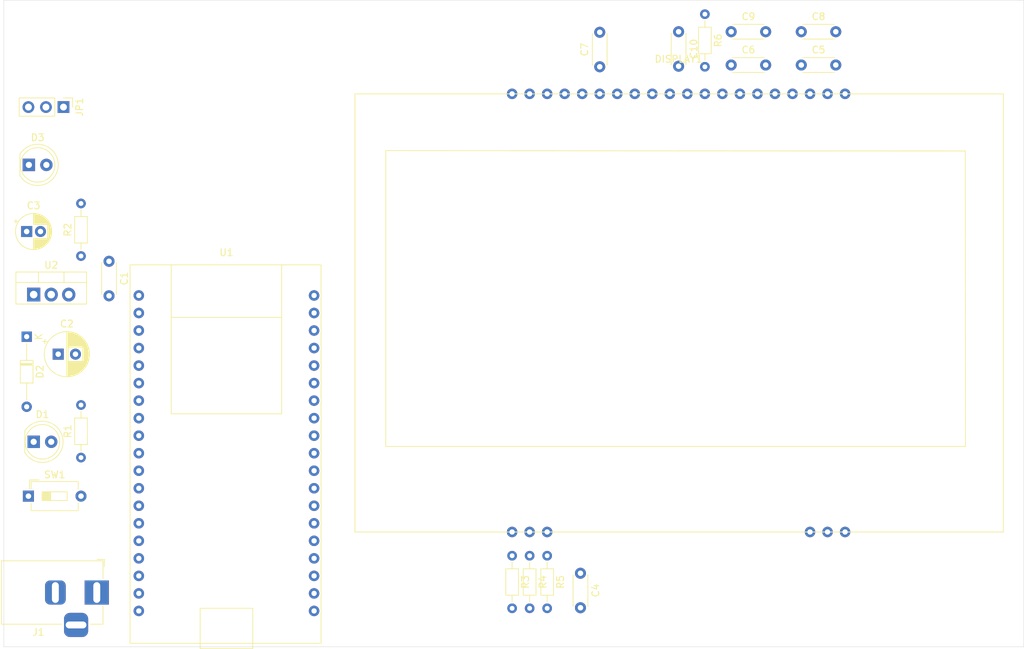
<source format=kicad_pcb>
(kicad_pcb (version 20171130) (host pcbnew "(5.1.5)-3")

  (general
    (thickness 1.6)
    (drawings 5)
    (tracks 0)
    (zones 0)
    (modules 25)
    (nets 56)
  )

  (page A4)
  (layers
    (0 F.Cu signal)
    (31 B.Cu signal)
    (32 B.Adhes user)
    (33 F.Adhes user)
    (34 B.Paste user)
    (35 F.Paste user)
    (36 B.SilkS user)
    (37 F.SilkS user)
    (38 B.Mask user)
    (39 F.Mask user)
    (40 Dwgs.User user)
    (41 Cmts.User user)
    (42 Eco1.User user)
    (43 Eco2.User user)
    (44 Edge.Cuts user)
    (45 Margin user)
    (46 B.CrtYd user)
    (47 F.CrtYd user)
    (48 B.Fab user)
    (49 F.Fab user)
  )

  (setup
    (last_trace_width 0.25)
    (trace_clearance 0.2)
    (zone_clearance 0.508)
    (zone_45_only no)
    (trace_min 0.2)
    (via_size 0.8)
    (via_drill 0.4)
    (via_min_size 0.4)
    (via_min_drill 0.3)
    (uvia_size 0.3)
    (uvia_drill 0.1)
    (uvias_allowed no)
    (uvia_min_size 0.2)
    (uvia_min_drill 0.1)
    (edge_width 0.05)
    (segment_width 0.2)
    (pcb_text_width 0.3)
    (pcb_text_size 1.5 1.5)
    (mod_edge_width 0.12)
    (mod_text_size 1 1)
    (mod_text_width 0.15)
    (pad_size 1.524 1.524)
    (pad_drill 0.762)
    (pad_to_mask_clearance 0.051)
    (solder_mask_min_width 0.25)
    (aux_axis_origin 0 0)
    (visible_elements 7FFFFFFF)
    (pcbplotparams
      (layerselection 0x010fc_ffffffff)
      (usegerberextensions false)
      (usegerberattributes false)
      (usegerberadvancedattributes false)
      (creategerberjobfile false)
      (excludeedgelayer true)
      (linewidth 0.100000)
      (plotframeref false)
      (viasonmask false)
      (mode 1)
      (useauxorigin false)
      (hpglpennumber 1)
      (hpglpenspeed 20)
      (hpglpendiameter 15.000000)
      (psnegative false)
      (psa4output false)
      (plotreference true)
      (plotvalue true)
      (plotinvisibletext false)
      (padsonsilk false)
      (subtractmaskfromsilk false)
      (outputformat 1)
      (mirror false)
      (drillshape 1)
      (scaleselection 1)
      (outputdirectory ""))
  )

  (net 0 "")
  (net 1 GNDREF)
  (net 2 3V3)
  (net 3 "Net-(C2-Pad1)")
  (net 4 "Net-(C5-Pad1)")
  (net 5 "Net-(C5-Pad2)")
  (net 6 "Net-(C6-Pad1)")
  (net 7 "Net-(C6-Pad2)")
  (net 8 "Net-(C8-Pad2)")
  (net 9 "Net-(C8-Pad1)")
  (net 10 "Net-(C9-Pad2)")
  (net 11 "Net-(C9-Pad1)")
  (net 12 "Net-(C10-Pad2)")
  (net 13 "Net-(D1-Pad2)")
  (net 14 "Net-(D2-Pad2)")
  (net 15 "Net-(D3-Pad2)")
  (net 16 CD)
  (net 17 CS)
  (net 18 RESET)
  (net 19 CLK)
  (net 20 SI)
  (net 21 "Net-(DISPLAY1-Pad1)")
  (net 22 "Net-(DISPLAY1-Pad3)")
  (net 23 "Net-(DISPLAY1-Pad2)")
  (net 24 "Net-(J1-Pad1)")
  (net 25 "Net-(U1-Pad2)")
  (net 26 "Net-(U1-Pad3)")
  (net 27 "Net-(U1-Pad4)")
  (net 28 "Net-(U1-Pad5)")
  (net 29 "Net-(U1-Pad6)")
  (net 30 "Net-(U1-Pad7)")
  (net 31 "Net-(U1-Pad8)")
  (net 32 "Net-(U1-Pad9)")
  (net 33 "Net-(U1-Pad10)")
  (net 34 "Net-(U1-Pad11)")
  (net 35 "Net-(U1-Pad12)")
  (net 36 "Net-(U1-Pad13)")
  (net 37 "Net-(U1-Pad14)")
  (net 38 "Net-(U1-Pad15)")
  (net 39 "Net-(U1-Pad16)")
  (net 40 "Net-(U1-Pad17)")
  (net 41 "Net-(U1-Pad18)")
  (net 42 "Net-(U1-Pad19)")
  (net 43 "Net-(U1-Pad21)")
  (net 44 "Net-(U1-Pad22)")
  (net 45 "Net-(U1-Pad23)")
  (net 46 "Net-(U1-Pad24)")
  (net 47 "Net-(U1-Pad25)")
  (net 48 "Net-(U1-Pad26)")
  (net 49 "Net-(U1-Pad29)")
  (net 50 "Net-(U1-Pad35)")
  (net 51 "Net-(U1-Pad36)")
  (net 52 "Net-(U1-Pad37)")
  (net 53 "Net-(U1-Pad38)")
  (net 54 WLAN)
  (net 55 AP)

  (net_class Default "This is the default net class."
    (clearance 0.2)
    (trace_width 0.25)
    (via_dia 0.8)
    (via_drill 0.4)
    (uvia_dia 0.3)
    (uvia_drill 0.1)
    (add_net 3V3)
    (add_net AP)
    (add_net CD)
    (add_net CLK)
    (add_net CS)
    (add_net GNDREF)
    (add_net "Net-(C10-Pad2)")
    (add_net "Net-(C2-Pad1)")
    (add_net "Net-(C5-Pad1)")
    (add_net "Net-(C5-Pad2)")
    (add_net "Net-(C6-Pad1)")
    (add_net "Net-(C6-Pad2)")
    (add_net "Net-(C8-Pad1)")
    (add_net "Net-(C8-Pad2)")
    (add_net "Net-(C9-Pad1)")
    (add_net "Net-(C9-Pad2)")
    (add_net "Net-(D1-Pad2)")
    (add_net "Net-(D2-Pad2)")
    (add_net "Net-(D3-Pad2)")
    (add_net "Net-(DISPLAY1-Pad1)")
    (add_net "Net-(DISPLAY1-Pad2)")
    (add_net "Net-(DISPLAY1-Pad3)")
    (add_net "Net-(J1-Pad1)")
    (add_net "Net-(U1-Pad10)")
    (add_net "Net-(U1-Pad11)")
    (add_net "Net-(U1-Pad12)")
    (add_net "Net-(U1-Pad13)")
    (add_net "Net-(U1-Pad14)")
    (add_net "Net-(U1-Pad15)")
    (add_net "Net-(U1-Pad16)")
    (add_net "Net-(U1-Pad17)")
    (add_net "Net-(U1-Pad18)")
    (add_net "Net-(U1-Pad19)")
    (add_net "Net-(U1-Pad2)")
    (add_net "Net-(U1-Pad21)")
    (add_net "Net-(U1-Pad22)")
    (add_net "Net-(U1-Pad23)")
    (add_net "Net-(U1-Pad24)")
    (add_net "Net-(U1-Pad25)")
    (add_net "Net-(U1-Pad26)")
    (add_net "Net-(U1-Pad29)")
    (add_net "Net-(U1-Pad3)")
    (add_net "Net-(U1-Pad35)")
    (add_net "Net-(U1-Pad36)")
    (add_net "Net-(U1-Pad37)")
    (add_net "Net-(U1-Pad38)")
    (add_net "Net-(U1-Pad4)")
    (add_net "Net-(U1-Pad5)")
    (add_net "Net-(U1-Pad6)")
    (add_net "Net-(U1-Pad7)")
    (add_net "Net-(U1-Pad8)")
    (add_net "Net-(U1-Pad9)")
    (add_net RESET)
    (add_net SI)
    (add_net WLAN)
  )

  (module Connector_PinHeader_2.54mm:PinHeader_1x03_P2.54mm_Vertical (layer F.Cu) (tedit 59FED5CC) (tstamp 5EADD027)
    (at 41.148 34.798 270)
    (descr "Through hole straight pin header, 1x03, 2.54mm pitch, single row")
    (tags "Through hole pin header THT 1x03 2.54mm single row")
    (path /5EADD9EA)
    (fp_text reference JP1 (at 0 -2.33 90) (layer F.SilkS)
      (effects (font (size 1 1) (thickness 0.15)))
    )
    (fp_text value "WLAN CONFIG" (at 0 7.41 90) (layer F.Fab)
      (effects (font (size 1 1) (thickness 0.15)))
    )
    (fp_text user %R (at 0 2.54) (layer F.Fab)
      (effects (font (size 1 1) (thickness 0.15)))
    )
    (fp_line (start 1.8 -1.8) (end -1.8 -1.8) (layer F.CrtYd) (width 0.05))
    (fp_line (start 1.8 6.85) (end 1.8 -1.8) (layer F.CrtYd) (width 0.05))
    (fp_line (start -1.8 6.85) (end 1.8 6.85) (layer F.CrtYd) (width 0.05))
    (fp_line (start -1.8 -1.8) (end -1.8 6.85) (layer F.CrtYd) (width 0.05))
    (fp_line (start -1.33 -1.33) (end 0 -1.33) (layer F.SilkS) (width 0.12))
    (fp_line (start -1.33 0) (end -1.33 -1.33) (layer F.SilkS) (width 0.12))
    (fp_line (start -1.33 1.27) (end 1.33 1.27) (layer F.SilkS) (width 0.12))
    (fp_line (start 1.33 1.27) (end 1.33 6.41) (layer F.SilkS) (width 0.12))
    (fp_line (start -1.33 1.27) (end -1.33 6.41) (layer F.SilkS) (width 0.12))
    (fp_line (start -1.33 6.41) (end 1.33 6.41) (layer F.SilkS) (width 0.12))
    (fp_line (start -1.27 -0.635) (end -0.635 -1.27) (layer F.Fab) (width 0.1))
    (fp_line (start -1.27 6.35) (end -1.27 -0.635) (layer F.Fab) (width 0.1))
    (fp_line (start 1.27 6.35) (end -1.27 6.35) (layer F.Fab) (width 0.1))
    (fp_line (start 1.27 -1.27) (end 1.27 6.35) (layer F.Fab) (width 0.1))
    (fp_line (start -0.635 -1.27) (end 1.27 -1.27) (layer F.Fab) (width 0.1))
    (pad 3 thru_hole oval (at 0 5.08 270) (size 1.7 1.7) (drill 1) (layers *.Cu *.Mask)
      (net 54 WLAN))
    (pad 2 thru_hole oval (at 0 2.54 270) (size 1.7 1.7) (drill 1) (layers *.Cu *.Mask)
      (net 2 3V3))
    (pad 1 thru_hole rect (at 0 0 270) (size 1.7 1.7) (drill 1) (layers *.Cu *.Mask)
      (net 55 AP))
    (model ${KISYS3DMOD}/Connector_PinHeader_2.54mm.3dshapes/PinHeader_1x03_P2.54mm_Vertical.wrl
      (at (xyz 0 0 0))
      (scale (xyz 1 1 1))
      (rotate (xyz 0 0 0))
    )
  )

  (module Package_TO_SOT_THT:TO-220-3_Vertical (layer F.Cu) (tedit 5AC8BA0D) (tstamp 5EAD0F3E)
    (at 36.83 61.976)
    (descr "TO-220-3, Vertical, RM 2.54mm, see https://www.vishay.com/docs/66542/to-220-1.pdf")
    (tags "TO-220-3 Vertical RM 2.54mm")
    (path /5EAF9DEF)
    (fp_text reference U2 (at 2.54 -4.27) (layer F.SilkS)
      (effects (font (size 1 1) (thickness 0.15)))
    )
    (fp_text value AMS1117-3.3 (at 2.54 2.5) (layer F.Fab)
      (effects (font (size 1 1) (thickness 0.15)))
    )
    (fp_text user %R (at 2.54 -4.27) (layer F.Fab)
      (effects (font (size 1 1) (thickness 0.15)))
    )
    (fp_line (start 7.79 -3.4) (end -2.71 -3.4) (layer F.CrtYd) (width 0.05))
    (fp_line (start 7.79 1.51) (end 7.79 -3.4) (layer F.CrtYd) (width 0.05))
    (fp_line (start -2.71 1.51) (end 7.79 1.51) (layer F.CrtYd) (width 0.05))
    (fp_line (start -2.71 -3.4) (end -2.71 1.51) (layer F.CrtYd) (width 0.05))
    (fp_line (start 4.391 -3.27) (end 4.391 -1.76) (layer F.SilkS) (width 0.12))
    (fp_line (start 0.69 -3.27) (end 0.69 -1.76) (layer F.SilkS) (width 0.12))
    (fp_line (start -2.58 -1.76) (end 7.66 -1.76) (layer F.SilkS) (width 0.12))
    (fp_line (start 7.66 -3.27) (end 7.66 1.371) (layer F.SilkS) (width 0.12))
    (fp_line (start -2.58 -3.27) (end -2.58 1.371) (layer F.SilkS) (width 0.12))
    (fp_line (start -2.58 1.371) (end 7.66 1.371) (layer F.SilkS) (width 0.12))
    (fp_line (start -2.58 -3.27) (end 7.66 -3.27) (layer F.SilkS) (width 0.12))
    (fp_line (start 4.39 -3.15) (end 4.39 -1.88) (layer F.Fab) (width 0.1))
    (fp_line (start 0.69 -3.15) (end 0.69 -1.88) (layer F.Fab) (width 0.1))
    (fp_line (start -2.46 -1.88) (end 7.54 -1.88) (layer F.Fab) (width 0.1))
    (fp_line (start 7.54 -3.15) (end -2.46 -3.15) (layer F.Fab) (width 0.1))
    (fp_line (start 7.54 1.25) (end 7.54 -3.15) (layer F.Fab) (width 0.1))
    (fp_line (start -2.46 1.25) (end 7.54 1.25) (layer F.Fab) (width 0.1))
    (fp_line (start -2.46 -3.15) (end -2.46 1.25) (layer F.Fab) (width 0.1))
    (pad 3 thru_hole oval (at 5.08 0) (size 1.905 2) (drill 1.1) (layers *.Cu *.Mask)
      (net 3 "Net-(C2-Pad1)"))
    (pad 2 thru_hole oval (at 2.54 0) (size 1.905 2) (drill 1.1) (layers *.Cu *.Mask)
      (net 2 3V3))
    (pad 1 thru_hole rect (at 0 0) (size 1.905 2) (drill 1.1) (layers *.Cu *.Mask)
      (net 1 GNDREF))
    (model ${KISYS3DMOD}/Package_TO_SOT_THT.3dshapes/TO-220-3_Vertical.wrl
      (at (xyz 0 0 0))
      (scale (xyz 1 1 1))
      (rotate (xyz 0 0 0))
    )
  )

  (module Capacitor_THT:C_Disc_D4.3mm_W1.9mm_P5.00mm (layer F.Cu) (tedit 5AE50EF0) (tstamp 5EAD0BF7)
    (at 47.752 57.15 270)
    (descr "C, Disc series, Radial, pin pitch=5.00mm, , diameter*width=4.3*1.9mm^2, Capacitor, http://www.vishay.com/docs/45233/krseries.pdf")
    (tags "C Disc series Radial pin pitch 5.00mm  diameter 4.3mm width 1.9mm Capacitor")
    (path /5EB0DD84)
    (fp_text reference C1 (at 2.5 -2.2 90) (layer F.SilkS)
      (effects (font (size 1 1) (thickness 0.15)))
    )
    (fp_text value 10nF/5V (at 2.5 2.2 90) (layer F.Fab)
      (effects (font (size 1 1) (thickness 0.15)))
    )
    (fp_line (start 0.35 -0.95) (end 0.35 0.95) (layer F.Fab) (width 0.1))
    (fp_line (start 0.35 0.95) (end 4.65 0.95) (layer F.Fab) (width 0.1))
    (fp_line (start 4.65 0.95) (end 4.65 -0.95) (layer F.Fab) (width 0.1))
    (fp_line (start 4.65 -0.95) (end 0.35 -0.95) (layer F.Fab) (width 0.1))
    (fp_line (start 0.23 -1.07) (end 4.77 -1.07) (layer F.SilkS) (width 0.12))
    (fp_line (start 0.23 1.07) (end 4.77 1.07) (layer F.SilkS) (width 0.12))
    (fp_line (start 0.23 -1.07) (end 0.23 -1.055) (layer F.SilkS) (width 0.12))
    (fp_line (start 0.23 1.055) (end 0.23 1.07) (layer F.SilkS) (width 0.12))
    (fp_line (start 4.77 -1.07) (end 4.77 -1.055) (layer F.SilkS) (width 0.12))
    (fp_line (start 4.77 1.055) (end 4.77 1.07) (layer F.SilkS) (width 0.12))
    (fp_line (start -1.05 -1.2) (end -1.05 1.2) (layer F.CrtYd) (width 0.05))
    (fp_line (start -1.05 1.2) (end 6.05 1.2) (layer F.CrtYd) (width 0.05))
    (fp_line (start 6.05 1.2) (end 6.05 -1.2) (layer F.CrtYd) (width 0.05))
    (fp_line (start 6.05 -1.2) (end -1.05 -1.2) (layer F.CrtYd) (width 0.05))
    (fp_text user %R (at 2.5 0 90) (layer F.Fab)
      (effects (font (size 0.86 0.86) (thickness 0.129)))
    )
    (pad 1 thru_hole circle (at 0 0 270) (size 1.6 1.6) (drill 0.8) (layers *.Cu *.Mask)
      (net 1 GNDREF))
    (pad 2 thru_hole circle (at 5 0 270) (size 1.6 1.6) (drill 0.8) (layers *.Cu *.Mask)
      (net 2 3V3))
    (model ${KISYS3DMOD}/Capacitor_THT.3dshapes/C_Disc_D4.3mm_W1.9mm_P5.00mm.wrl
      (at (xyz 0 0 0))
      (scale (xyz 1 1 1))
      (rotate (xyz 0 0 0))
    )
  )

  (module Capacitor_THT:CP_Radial_D6.3mm_P2.50mm (layer F.Cu) (tedit 5AE50EF0) (tstamp 5EAD0C8B)
    (at 40.386 70.612)
    (descr "CP, Radial series, Radial, pin pitch=2.50mm, , diameter=6.3mm, Electrolytic Capacitor")
    (tags "CP Radial series Radial pin pitch 2.50mm  diameter 6.3mm Electrolytic Capacitor")
    (path /5EAFAF8C)
    (fp_text reference C2 (at 1.25 -4.4) (layer F.SilkS)
      (effects (font (size 1 1) (thickness 0.15)))
    )
    (fp_text value 100uF (at 1.25 4.4) (layer F.Fab)
      (effects (font (size 1 1) (thickness 0.15)))
    )
    (fp_circle (center 1.25 0) (end 4.4 0) (layer F.Fab) (width 0.1))
    (fp_circle (center 1.25 0) (end 4.52 0) (layer F.SilkS) (width 0.12))
    (fp_circle (center 1.25 0) (end 4.65 0) (layer F.CrtYd) (width 0.05))
    (fp_line (start -1.443972 -1.3735) (end -0.813972 -1.3735) (layer F.Fab) (width 0.1))
    (fp_line (start -1.128972 -1.6885) (end -1.128972 -1.0585) (layer F.Fab) (width 0.1))
    (fp_line (start 1.25 -3.23) (end 1.25 3.23) (layer F.SilkS) (width 0.12))
    (fp_line (start 1.29 -3.23) (end 1.29 3.23) (layer F.SilkS) (width 0.12))
    (fp_line (start 1.33 -3.23) (end 1.33 3.23) (layer F.SilkS) (width 0.12))
    (fp_line (start 1.37 -3.228) (end 1.37 3.228) (layer F.SilkS) (width 0.12))
    (fp_line (start 1.41 -3.227) (end 1.41 3.227) (layer F.SilkS) (width 0.12))
    (fp_line (start 1.45 -3.224) (end 1.45 3.224) (layer F.SilkS) (width 0.12))
    (fp_line (start 1.49 -3.222) (end 1.49 -1.04) (layer F.SilkS) (width 0.12))
    (fp_line (start 1.49 1.04) (end 1.49 3.222) (layer F.SilkS) (width 0.12))
    (fp_line (start 1.53 -3.218) (end 1.53 -1.04) (layer F.SilkS) (width 0.12))
    (fp_line (start 1.53 1.04) (end 1.53 3.218) (layer F.SilkS) (width 0.12))
    (fp_line (start 1.57 -3.215) (end 1.57 -1.04) (layer F.SilkS) (width 0.12))
    (fp_line (start 1.57 1.04) (end 1.57 3.215) (layer F.SilkS) (width 0.12))
    (fp_line (start 1.61 -3.211) (end 1.61 -1.04) (layer F.SilkS) (width 0.12))
    (fp_line (start 1.61 1.04) (end 1.61 3.211) (layer F.SilkS) (width 0.12))
    (fp_line (start 1.65 -3.206) (end 1.65 -1.04) (layer F.SilkS) (width 0.12))
    (fp_line (start 1.65 1.04) (end 1.65 3.206) (layer F.SilkS) (width 0.12))
    (fp_line (start 1.69 -3.201) (end 1.69 -1.04) (layer F.SilkS) (width 0.12))
    (fp_line (start 1.69 1.04) (end 1.69 3.201) (layer F.SilkS) (width 0.12))
    (fp_line (start 1.73 -3.195) (end 1.73 -1.04) (layer F.SilkS) (width 0.12))
    (fp_line (start 1.73 1.04) (end 1.73 3.195) (layer F.SilkS) (width 0.12))
    (fp_line (start 1.77 -3.189) (end 1.77 -1.04) (layer F.SilkS) (width 0.12))
    (fp_line (start 1.77 1.04) (end 1.77 3.189) (layer F.SilkS) (width 0.12))
    (fp_line (start 1.81 -3.182) (end 1.81 -1.04) (layer F.SilkS) (width 0.12))
    (fp_line (start 1.81 1.04) (end 1.81 3.182) (layer F.SilkS) (width 0.12))
    (fp_line (start 1.85 -3.175) (end 1.85 -1.04) (layer F.SilkS) (width 0.12))
    (fp_line (start 1.85 1.04) (end 1.85 3.175) (layer F.SilkS) (width 0.12))
    (fp_line (start 1.89 -3.167) (end 1.89 -1.04) (layer F.SilkS) (width 0.12))
    (fp_line (start 1.89 1.04) (end 1.89 3.167) (layer F.SilkS) (width 0.12))
    (fp_line (start 1.93 -3.159) (end 1.93 -1.04) (layer F.SilkS) (width 0.12))
    (fp_line (start 1.93 1.04) (end 1.93 3.159) (layer F.SilkS) (width 0.12))
    (fp_line (start 1.971 -3.15) (end 1.971 -1.04) (layer F.SilkS) (width 0.12))
    (fp_line (start 1.971 1.04) (end 1.971 3.15) (layer F.SilkS) (width 0.12))
    (fp_line (start 2.011 -3.141) (end 2.011 -1.04) (layer F.SilkS) (width 0.12))
    (fp_line (start 2.011 1.04) (end 2.011 3.141) (layer F.SilkS) (width 0.12))
    (fp_line (start 2.051 -3.131) (end 2.051 -1.04) (layer F.SilkS) (width 0.12))
    (fp_line (start 2.051 1.04) (end 2.051 3.131) (layer F.SilkS) (width 0.12))
    (fp_line (start 2.091 -3.121) (end 2.091 -1.04) (layer F.SilkS) (width 0.12))
    (fp_line (start 2.091 1.04) (end 2.091 3.121) (layer F.SilkS) (width 0.12))
    (fp_line (start 2.131 -3.11) (end 2.131 -1.04) (layer F.SilkS) (width 0.12))
    (fp_line (start 2.131 1.04) (end 2.131 3.11) (layer F.SilkS) (width 0.12))
    (fp_line (start 2.171 -3.098) (end 2.171 -1.04) (layer F.SilkS) (width 0.12))
    (fp_line (start 2.171 1.04) (end 2.171 3.098) (layer F.SilkS) (width 0.12))
    (fp_line (start 2.211 -3.086) (end 2.211 -1.04) (layer F.SilkS) (width 0.12))
    (fp_line (start 2.211 1.04) (end 2.211 3.086) (layer F.SilkS) (width 0.12))
    (fp_line (start 2.251 -3.074) (end 2.251 -1.04) (layer F.SilkS) (width 0.12))
    (fp_line (start 2.251 1.04) (end 2.251 3.074) (layer F.SilkS) (width 0.12))
    (fp_line (start 2.291 -3.061) (end 2.291 -1.04) (layer F.SilkS) (width 0.12))
    (fp_line (start 2.291 1.04) (end 2.291 3.061) (layer F.SilkS) (width 0.12))
    (fp_line (start 2.331 -3.047) (end 2.331 -1.04) (layer F.SilkS) (width 0.12))
    (fp_line (start 2.331 1.04) (end 2.331 3.047) (layer F.SilkS) (width 0.12))
    (fp_line (start 2.371 -3.033) (end 2.371 -1.04) (layer F.SilkS) (width 0.12))
    (fp_line (start 2.371 1.04) (end 2.371 3.033) (layer F.SilkS) (width 0.12))
    (fp_line (start 2.411 -3.018) (end 2.411 -1.04) (layer F.SilkS) (width 0.12))
    (fp_line (start 2.411 1.04) (end 2.411 3.018) (layer F.SilkS) (width 0.12))
    (fp_line (start 2.451 -3.002) (end 2.451 -1.04) (layer F.SilkS) (width 0.12))
    (fp_line (start 2.451 1.04) (end 2.451 3.002) (layer F.SilkS) (width 0.12))
    (fp_line (start 2.491 -2.986) (end 2.491 -1.04) (layer F.SilkS) (width 0.12))
    (fp_line (start 2.491 1.04) (end 2.491 2.986) (layer F.SilkS) (width 0.12))
    (fp_line (start 2.531 -2.97) (end 2.531 -1.04) (layer F.SilkS) (width 0.12))
    (fp_line (start 2.531 1.04) (end 2.531 2.97) (layer F.SilkS) (width 0.12))
    (fp_line (start 2.571 -2.952) (end 2.571 -1.04) (layer F.SilkS) (width 0.12))
    (fp_line (start 2.571 1.04) (end 2.571 2.952) (layer F.SilkS) (width 0.12))
    (fp_line (start 2.611 -2.934) (end 2.611 -1.04) (layer F.SilkS) (width 0.12))
    (fp_line (start 2.611 1.04) (end 2.611 2.934) (layer F.SilkS) (width 0.12))
    (fp_line (start 2.651 -2.916) (end 2.651 -1.04) (layer F.SilkS) (width 0.12))
    (fp_line (start 2.651 1.04) (end 2.651 2.916) (layer F.SilkS) (width 0.12))
    (fp_line (start 2.691 -2.896) (end 2.691 -1.04) (layer F.SilkS) (width 0.12))
    (fp_line (start 2.691 1.04) (end 2.691 2.896) (layer F.SilkS) (width 0.12))
    (fp_line (start 2.731 -2.876) (end 2.731 -1.04) (layer F.SilkS) (width 0.12))
    (fp_line (start 2.731 1.04) (end 2.731 2.876) (layer F.SilkS) (width 0.12))
    (fp_line (start 2.771 -2.856) (end 2.771 -1.04) (layer F.SilkS) (width 0.12))
    (fp_line (start 2.771 1.04) (end 2.771 2.856) (layer F.SilkS) (width 0.12))
    (fp_line (start 2.811 -2.834) (end 2.811 -1.04) (layer F.SilkS) (width 0.12))
    (fp_line (start 2.811 1.04) (end 2.811 2.834) (layer F.SilkS) (width 0.12))
    (fp_line (start 2.851 -2.812) (end 2.851 -1.04) (layer F.SilkS) (width 0.12))
    (fp_line (start 2.851 1.04) (end 2.851 2.812) (layer F.SilkS) (width 0.12))
    (fp_line (start 2.891 -2.79) (end 2.891 -1.04) (layer F.SilkS) (width 0.12))
    (fp_line (start 2.891 1.04) (end 2.891 2.79) (layer F.SilkS) (width 0.12))
    (fp_line (start 2.931 -2.766) (end 2.931 -1.04) (layer F.SilkS) (width 0.12))
    (fp_line (start 2.931 1.04) (end 2.931 2.766) (layer F.SilkS) (width 0.12))
    (fp_line (start 2.971 -2.742) (end 2.971 -1.04) (layer F.SilkS) (width 0.12))
    (fp_line (start 2.971 1.04) (end 2.971 2.742) (layer F.SilkS) (width 0.12))
    (fp_line (start 3.011 -2.716) (end 3.011 -1.04) (layer F.SilkS) (width 0.12))
    (fp_line (start 3.011 1.04) (end 3.011 2.716) (layer F.SilkS) (width 0.12))
    (fp_line (start 3.051 -2.69) (end 3.051 -1.04) (layer F.SilkS) (width 0.12))
    (fp_line (start 3.051 1.04) (end 3.051 2.69) (layer F.SilkS) (width 0.12))
    (fp_line (start 3.091 -2.664) (end 3.091 -1.04) (layer F.SilkS) (width 0.12))
    (fp_line (start 3.091 1.04) (end 3.091 2.664) (layer F.SilkS) (width 0.12))
    (fp_line (start 3.131 -2.636) (end 3.131 -1.04) (layer F.SilkS) (width 0.12))
    (fp_line (start 3.131 1.04) (end 3.131 2.636) (layer F.SilkS) (width 0.12))
    (fp_line (start 3.171 -2.607) (end 3.171 -1.04) (layer F.SilkS) (width 0.12))
    (fp_line (start 3.171 1.04) (end 3.171 2.607) (layer F.SilkS) (width 0.12))
    (fp_line (start 3.211 -2.578) (end 3.211 -1.04) (layer F.SilkS) (width 0.12))
    (fp_line (start 3.211 1.04) (end 3.211 2.578) (layer F.SilkS) (width 0.12))
    (fp_line (start 3.251 -2.548) (end 3.251 -1.04) (layer F.SilkS) (width 0.12))
    (fp_line (start 3.251 1.04) (end 3.251 2.548) (layer F.SilkS) (width 0.12))
    (fp_line (start 3.291 -2.516) (end 3.291 -1.04) (layer F.SilkS) (width 0.12))
    (fp_line (start 3.291 1.04) (end 3.291 2.516) (layer F.SilkS) (width 0.12))
    (fp_line (start 3.331 -2.484) (end 3.331 -1.04) (layer F.SilkS) (width 0.12))
    (fp_line (start 3.331 1.04) (end 3.331 2.484) (layer F.SilkS) (width 0.12))
    (fp_line (start 3.371 -2.45) (end 3.371 -1.04) (layer F.SilkS) (width 0.12))
    (fp_line (start 3.371 1.04) (end 3.371 2.45) (layer F.SilkS) (width 0.12))
    (fp_line (start 3.411 -2.416) (end 3.411 -1.04) (layer F.SilkS) (width 0.12))
    (fp_line (start 3.411 1.04) (end 3.411 2.416) (layer F.SilkS) (width 0.12))
    (fp_line (start 3.451 -2.38) (end 3.451 -1.04) (layer F.SilkS) (width 0.12))
    (fp_line (start 3.451 1.04) (end 3.451 2.38) (layer F.SilkS) (width 0.12))
    (fp_line (start 3.491 -2.343) (end 3.491 -1.04) (layer F.SilkS) (width 0.12))
    (fp_line (start 3.491 1.04) (end 3.491 2.343) (layer F.SilkS) (width 0.12))
    (fp_line (start 3.531 -2.305) (end 3.531 -1.04) (layer F.SilkS) (width 0.12))
    (fp_line (start 3.531 1.04) (end 3.531 2.305) (layer F.SilkS) (width 0.12))
    (fp_line (start 3.571 -2.265) (end 3.571 2.265) (layer F.SilkS) (width 0.12))
    (fp_line (start 3.611 -2.224) (end 3.611 2.224) (layer F.SilkS) (width 0.12))
    (fp_line (start 3.651 -2.182) (end 3.651 2.182) (layer F.SilkS) (width 0.12))
    (fp_line (start 3.691 -2.137) (end 3.691 2.137) (layer F.SilkS) (width 0.12))
    (fp_line (start 3.731 -2.092) (end 3.731 2.092) (layer F.SilkS) (width 0.12))
    (fp_line (start 3.771 -2.044) (end 3.771 2.044) (layer F.SilkS) (width 0.12))
    (fp_line (start 3.811 -1.995) (end 3.811 1.995) (layer F.SilkS) (width 0.12))
    (fp_line (start 3.851 -1.944) (end 3.851 1.944) (layer F.SilkS) (width 0.12))
    (fp_line (start 3.891 -1.89) (end 3.891 1.89) (layer F.SilkS) (width 0.12))
    (fp_line (start 3.931 -1.834) (end 3.931 1.834) (layer F.SilkS) (width 0.12))
    (fp_line (start 3.971 -1.776) (end 3.971 1.776) (layer F.SilkS) (width 0.12))
    (fp_line (start 4.011 -1.714) (end 4.011 1.714) (layer F.SilkS) (width 0.12))
    (fp_line (start 4.051 -1.65) (end 4.051 1.65) (layer F.SilkS) (width 0.12))
    (fp_line (start 4.091 -1.581) (end 4.091 1.581) (layer F.SilkS) (width 0.12))
    (fp_line (start 4.131 -1.509) (end 4.131 1.509) (layer F.SilkS) (width 0.12))
    (fp_line (start 4.171 -1.432) (end 4.171 1.432) (layer F.SilkS) (width 0.12))
    (fp_line (start 4.211 -1.35) (end 4.211 1.35) (layer F.SilkS) (width 0.12))
    (fp_line (start 4.251 -1.262) (end 4.251 1.262) (layer F.SilkS) (width 0.12))
    (fp_line (start 4.291 -1.165) (end 4.291 1.165) (layer F.SilkS) (width 0.12))
    (fp_line (start 4.331 -1.059) (end 4.331 1.059) (layer F.SilkS) (width 0.12))
    (fp_line (start 4.371 -0.94) (end 4.371 0.94) (layer F.SilkS) (width 0.12))
    (fp_line (start 4.411 -0.802) (end 4.411 0.802) (layer F.SilkS) (width 0.12))
    (fp_line (start 4.451 -0.633) (end 4.451 0.633) (layer F.SilkS) (width 0.12))
    (fp_line (start 4.491 -0.402) (end 4.491 0.402) (layer F.SilkS) (width 0.12))
    (fp_line (start -2.250241 -1.839) (end -1.620241 -1.839) (layer F.SilkS) (width 0.12))
    (fp_line (start -1.935241 -2.154) (end -1.935241 -1.524) (layer F.SilkS) (width 0.12))
    (fp_text user %R (at 1.25 0) (layer F.Fab)
      (effects (font (size 1 1) (thickness 0.15)))
    )
    (pad 1 thru_hole rect (at 0 0) (size 1.6 1.6) (drill 0.8) (layers *.Cu *.Mask)
      (net 3 "Net-(C2-Pad1)"))
    (pad 2 thru_hole circle (at 2.5 0) (size 1.6 1.6) (drill 0.8) (layers *.Cu *.Mask)
      (net 1 GNDREF))
    (model ${KISYS3DMOD}/Capacitor_THT.3dshapes/CP_Radial_D6.3mm_P2.50mm.wrl
      (at (xyz 0 0 0))
      (scale (xyz 1 1 1))
      (rotate (xyz 0 0 0))
    )
  )

  (module Capacitor_THT:CP_Radial_D5.0mm_P2.00mm (layer F.Cu) (tedit 5AE50EF0) (tstamp 5EAD0D0E)
    (at 35.814 52.832)
    (descr "CP, Radial series, Radial, pin pitch=2.00mm, , diameter=5mm, Electrolytic Capacitor")
    (tags "CP Radial series Radial pin pitch 2.00mm  diameter 5mm Electrolytic Capacitor")
    (path /5EAFB979)
    (fp_text reference C3 (at 1 -3.75) (layer F.SilkS)
      (effects (font (size 1 1) (thickness 0.15)))
    )
    (fp_text value 22uF (at 1 3.75) (layer F.Fab)
      (effects (font (size 1 1) (thickness 0.15)))
    )
    (fp_circle (center 1 0) (end 3.5 0) (layer F.Fab) (width 0.1))
    (fp_circle (center 1 0) (end 3.62 0) (layer F.SilkS) (width 0.12))
    (fp_circle (center 1 0) (end 3.75 0) (layer F.CrtYd) (width 0.05))
    (fp_line (start -1.133605 -1.0875) (end -0.633605 -1.0875) (layer F.Fab) (width 0.1))
    (fp_line (start -0.883605 -1.3375) (end -0.883605 -0.8375) (layer F.Fab) (width 0.1))
    (fp_line (start 1 1.04) (end 1 2.58) (layer F.SilkS) (width 0.12))
    (fp_line (start 1 -2.58) (end 1 -1.04) (layer F.SilkS) (width 0.12))
    (fp_line (start 1.04 1.04) (end 1.04 2.58) (layer F.SilkS) (width 0.12))
    (fp_line (start 1.04 -2.58) (end 1.04 -1.04) (layer F.SilkS) (width 0.12))
    (fp_line (start 1.08 -2.579) (end 1.08 -1.04) (layer F.SilkS) (width 0.12))
    (fp_line (start 1.08 1.04) (end 1.08 2.579) (layer F.SilkS) (width 0.12))
    (fp_line (start 1.12 -2.578) (end 1.12 -1.04) (layer F.SilkS) (width 0.12))
    (fp_line (start 1.12 1.04) (end 1.12 2.578) (layer F.SilkS) (width 0.12))
    (fp_line (start 1.16 -2.576) (end 1.16 -1.04) (layer F.SilkS) (width 0.12))
    (fp_line (start 1.16 1.04) (end 1.16 2.576) (layer F.SilkS) (width 0.12))
    (fp_line (start 1.2 -2.573) (end 1.2 -1.04) (layer F.SilkS) (width 0.12))
    (fp_line (start 1.2 1.04) (end 1.2 2.573) (layer F.SilkS) (width 0.12))
    (fp_line (start 1.24 -2.569) (end 1.24 -1.04) (layer F.SilkS) (width 0.12))
    (fp_line (start 1.24 1.04) (end 1.24 2.569) (layer F.SilkS) (width 0.12))
    (fp_line (start 1.28 -2.565) (end 1.28 -1.04) (layer F.SilkS) (width 0.12))
    (fp_line (start 1.28 1.04) (end 1.28 2.565) (layer F.SilkS) (width 0.12))
    (fp_line (start 1.32 -2.561) (end 1.32 -1.04) (layer F.SilkS) (width 0.12))
    (fp_line (start 1.32 1.04) (end 1.32 2.561) (layer F.SilkS) (width 0.12))
    (fp_line (start 1.36 -2.556) (end 1.36 -1.04) (layer F.SilkS) (width 0.12))
    (fp_line (start 1.36 1.04) (end 1.36 2.556) (layer F.SilkS) (width 0.12))
    (fp_line (start 1.4 -2.55) (end 1.4 -1.04) (layer F.SilkS) (width 0.12))
    (fp_line (start 1.4 1.04) (end 1.4 2.55) (layer F.SilkS) (width 0.12))
    (fp_line (start 1.44 -2.543) (end 1.44 -1.04) (layer F.SilkS) (width 0.12))
    (fp_line (start 1.44 1.04) (end 1.44 2.543) (layer F.SilkS) (width 0.12))
    (fp_line (start 1.48 -2.536) (end 1.48 -1.04) (layer F.SilkS) (width 0.12))
    (fp_line (start 1.48 1.04) (end 1.48 2.536) (layer F.SilkS) (width 0.12))
    (fp_line (start 1.52 -2.528) (end 1.52 -1.04) (layer F.SilkS) (width 0.12))
    (fp_line (start 1.52 1.04) (end 1.52 2.528) (layer F.SilkS) (width 0.12))
    (fp_line (start 1.56 -2.52) (end 1.56 -1.04) (layer F.SilkS) (width 0.12))
    (fp_line (start 1.56 1.04) (end 1.56 2.52) (layer F.SilkS) (width 0.12))
    (fp_line (start 1.6 -2.511) (end 1.6 -1.04) (layer F.SilkS) (width 0.12))
    (fp_line (start 1.6 1.04) (end 1.6 2.511) (layer F.SilkS) (width 0.12))
    (fp_line (start 1.64 -2.501) (end 1.64 -1.04) (layer F.SilkS) (width 0.12))
    (fp_line (start 1.64 1.04) (end 1.64 2.501) (layer F.SilkS) (width 0.12))
    (fp_line (start 1.68 -2.491) (end 1.68 -1.04) (layer F.SilkS) (width 0.12))
    (fp_line (start 1.68 1.04) (end 1.68 2.491) (layer F.SilkS) (width 0.12))
    (fp_line (start 1.721 -2.48) (end 1.721 -1.04) (layer F.SilkS) (width 0.12))
    (fp_line (start 1.721 1.04) (end 1.721 2.48) (layer F.SilkS) (width 0.12))
    (fp_line (start 1.761 -2.468) (end 1.761 -1.04) (layer F.SilkS) (width 0.12))
    (fp_line (start 1.761 1.04) (end 1.761 2.468) (layer F.SilkS) (width 0.12))
    (fp_line (start 1.801 -2.455) (end 1.801 -1.04) (layer F.SilkS) (width 0.12))
    (fp_line (start 1.801 1.04) (end 1.801 2.455) (layer F.SilkS) (width 0.12))
    (fp_line (start 1.841 -2.442) (end 1.841 -1.04) (layer F.SilkS) (width 0.12))
    (fp_line (start 1.841 1.04) (end 1.841 2.442) (layer F.SilkS) (width 0.12))
    (fp_line (start 1.881 -2.428) (end 1.881 -1.04) (layer F.SilkS) (width 0.12))
    (fp_line (start 1.881 1.04) (end 1.881 2.428) (layer F.SilkS) (width 0.12))
    (fp_line (start 1.921 -2.414) (end 1.921 -1.04) (layer F.SilkS) (width 0.12))
    (fp_line (start 1.921 1.04) (end 1.921 2.414) (layer F.SilkS) (width 0.12))
    (fp_line (start 1.961 -2.398) (end 1.961 -1.04) (layer F.SilkS) (width 0.12))
    (fp_line (start 1.961 1.04) (end 1.961 2.398) (layer F.SilkS) (width 0.12))
    (fp_line (start 2.001 -2.382) (end 2.001 -1.04) (layer F.SilkS) (width 0.12))
    (fp_line (start 2.001 1.04) (end 2.001 2.382) (layer F.SilkS) (width 0.12))
    (fp_line (start 2.041 -2.365) (end 2.041 -1.04) (layer F.SilkS) (width 0.12))
    (fp_line (start 2.041 1.04) (end 2.041 2.365) (layer F.SilkS) (width 0.12))
    (fp_line (start 2.081 -2.348) (end 2.081 -1.04) (layer F.SilkS) (width 0.12))
    (fp_line (start 2.081 1.04) (end 2.081 2.348) (layer F.SilkS) (width 0.12))
    (fp_line (start 2.121 -2.329) (end 2.121 -1.04) (layer F.SilkS) (width 0.12))
    (fp_line (start 2.121 1.04) (end 2.121 2.329) (layer F.SilkS) (width 0.12))
    (fp_line (start 2.161 -2.31) (end 2.161 -1.04) (layer F.SilkS) (width 0.12))
    (fp_line (start 2.161 1.04) (end 2.161 2.31) (layer F.SilkS) (width 0.12))
    (fp_line (start 2.201 -2.29) (end 2.201 -1.04) (layer F.SilkS) (width 0.12))
    (fp_line (start 2.201 1.04) (end 2.201 2.29) (layer F.SilkS) (width 0.12))
    (fp_line (start 2.241 -2.268) (end 2.241 -1.04) (layer F.SilkS) (width 0.12))
    (fp_line (start 2.241 1.04) (end 2.241 2.268) (layer F.SilkS) (width 0.12))
    (fp_line (start 2.281 -2.247) (end 2.281 -1.04) (layer F.SilkS) (width 0.12))
    (fp_line (start 2.281 1.04) (end 2.281 2.247) (layer F.SilkS) (width 0.12))
    (fp_line (start 2.321 -2.224) (end 2.321 -1.04) (layer F.SilkS) (width 0.12))
    (fp_line (start 2.321 1.04) (end 2.321 2.224) (layer F.SilkS) (width 0.12))
    (fp_line (start 2.361 -2.2) (end 2.361 -1.04) (layer F.SilkS) (width 0.12))
    (fp_line (start 2.361 1.04) (end 2.361 2.2) (layer F.SilkS) (width 0.12))
    (fp_line (start 2.401 -2.175) (end 2.401 -1.04) (layer F.SilkS) (width 0.12))
    (fp_line (start 2.401 1.04) (end 2.401 2.175) (layer F.SilkS) (width 0.12))
    (fp_line (start 2.441 -2.149) (end 2.441 -1.04) (layer F.SilkS) (width 0.12))
    (fp_line (start 2.441 1.04) (end 2.441 2.149) (layer F.SilkS) (width 0.12))
    (fp_line (start 2.481 -2.122) (end 2.481 -1.04) (layer F.SilkS) (width 0.12))
    (fp_line (start 2.481 1.04) (end 2.481 2.122) (layer F.SilkS) (width 0.12))
    (fp_line (start 2.521 -2.095) (end 2.521 -1.04) (layer F.SilkS) (width 0.12))
    (fp_line (start 2.521 1.04) (end 2.521 2.095) (layer F.SilkS) (width 0.12))
    (fp_line (start 2.561 -2.065) (end 2.561 -1.04) (layer F.SilkS) (width 0.12))
    (fp_line (start 2.561 1.04) (end 2.561 2.065) (layer F.SilkS) (width 0.12))
    (fp_line (start 2.601 -2.035) (end 2.601 -1.04) (layer F.SilkS) (width 0.12))
    (fp_line (start 2.601 1.04) (end 2.601 2.035) (layer F.SilkS) (width 0.12))
    (fp_line (start 2.641 -2.004) (end 2.641 -1.04) (layer F.SilkS) (width 0.12))
    (fp_line (start 2.641 1.04) (end 2.641 2.004) (layer F.SilkS) (width 0.12))
    (fp_line (start 2.681 -1.971) (end 2.681 -1.04) (layer F.SilkS) (width 0.12))
    (fp_line (start 2.681 1.04) (end 2.681 1.971) (layer F.SilkS) (width 0.12))
    (fp_line (start 2.721 -1.937) (end 2.721 -1.04) (layer F.SilkS) (width 0.12))
    (fp_line (start 2.721 1.04) (end 2.721 1.937) (layer F.SilkS) (width 0.12))
    (fp_line (start 2.761 -1.901) (end 2.761 -1.04) (layer F.SilkS) (width 0.12))
    (fp_line (start 2.761 1.04) (end 2.761 1.901) (layer F.SilkS) (width 0.12))
    (fp_line (start 2.801 -1.864) (end 2.801 -1.04) (layer F.SilkS) (width 0.12))
    (fp_line (start 2.801 1.04) (end 2.801 1.864) (layer F.SilkS) (width 0.12))
    (fp_line (start 2.841 -1.826) (end 2.841 -1.04) (layer F.SilkS) (width 0.12))
    (fp_line (start 2.841 1.04) (end 2.841 1.826) (layer F.SilkS) (width 0.12))
    (fp_line (start 2.881 -1.785) (end 2.881 -1.04) (layer F.SilkS) (width 0.12))
    (fp_line (start 2.881 1.04) (end 2.881 1.785) (layer F.SilkS) (width 0.12))
    (fp_line (start 2.921 -1.743) (end 2.921 -1.04) (layer F.SilkS) (width 0.12))
    (fp_line (start 2.921 1.04) (end 2.921 1.743) (layer F.SilkS) (width 0.12))
    (fp_line (start 2.961 -1.699) (end 2.961 -1.04) (layer F.SilkS) (width 0.12))
    (fp_line (start 2.961 1.04) (end 2.961 1.699) (layer F.SilkS) (width 0.12))
    (fp_line (start 3.001 -1.653) (end 3.001 -1.04) (layer F.SilkS) (width 0.12))
    (fp_line (start 3.001 1.04) (end 3.001 1.653) (layer F.SilkS) (width 0.12))
    (fp_line (start 3.041 -1.605) (end 3.041 1.605) (layer F.SilkS) (width 0.12))
    (fp_line (start 3.081 -1.554) (end 3.081 1.554) (layer F.SilkS) (width 0.12))
    (fp_line (start 3.121 -1.5) (end 3.121 1.5) (layer F.SilkS) (width 0.12))
    (fp_line (start 3.161 -1.443) (end 3.161 1.443) (layer F.SilkS) (width 0.12))
    (fp_line (start 3.201 -1.383) (end 3.201 1.383) (layer F.SilkS) (width 0.12))
    (fp_line (start 3.241 -1.319) (end 3.241 1.319) (layer F.SilkS) (width 0.12))
    (fp_line (start 3.281 -1.251) (end 3.281 1.251) (layer F.SilkS) (width 0.12))
    (fp_line (start 3.321 -1.178) (end 3.321 1.178) (layer F.SilkS) (width 0.12))
    (fp_line (start 3.361 -1.098) (end 3.361 1.098) (layer F.SilkS) (width 0.12))
    (fp_line (start 3.401 -1.011) (end 3.401 1.011) (layer F.SilkS) (width 0.12))
    (fp_line (start 3.441 -0.915) (end 3.441 0.915) (layer F.SilkS) (width 0.12))
    (fp_line (start 3.481 -0.805) (end 3.481 0.805) (layer F.SilkS) (width 0.12))
    (fp_line (start 3.521 -0.677) (end 3.521 0.677) (layer F.SilkS) (width 0.12))
    (fp_line (start 3.561 -0.518) (end 3.561 0.518) (layer F.SilkS) (width 0.12))
    (fp_line (start 3.601 -0.284) (end 3.601 0.284) (layer F.SilkS) (width 0.12))
    (fp_line (start -1.804775 -1.475) (end -1.304775 -1.475) (layer F.SilkS) (width 0.12))
    (fp_line (start -1.554775 -1.725) (end -1.554775 -1.225) (layer F.SilkS) (width 0.12))
    (fp_text user %R (at 1 0) (layer F.Fab)
      (effects (font (size 1 1) (thickness 0.15)))
    )
    (pad 1 thru_hole rect (at 0 0) (size 1.6 1.6) (drill 0.8) (layers *.Cu *.Mask)
      (net 2 3V3))
    (pad 2 thru_hole circle (at 2 0) (size 1.6 1.6) (drill 0.8) (layers *.Cu *.Mask)
      (net 1 GNDREF))
    (model ${KISYS3DMOD}/Capacitor_THT.3dshapes/CP_Radial_D5.0mm_P2.00mm.wrl
      (at (xyz 0 0 0))
      (scale (xyz 1 1 1))
      (rotate (xyz 0 0 0))
    )
  )

  (module Capacitor_THT:C_Disc_D4.3mm_W1.9mm_P5.00mm (layer F.Cu) (tedit 5AE50EF0) (tstamp 5EAD0D23)
    (at 116.078 102.362 270)
    (descr "C, Disc series, Radial, pin pitch=5.00mm, , diameter*width=4.3*1.9mm^2, Capacitor, http://www.vishay.com/docs/45233/krseries.pdf")
    (tags "C Disc series Radial pin pitch 5.00mm  diameter 4.3mm width 1.9mm Capacitor")
    (path /5EB15F14)
    (fp_text reference C4 (at 2.5 -2.2 90) (layer F.SilkS)
      (effects (font (size 1 1) (thickness 0.15)))
    )
    (fp_text value 10nF/5V (at 2.5 2.2 90) (layer F.Fab)
      (effects (font (size 1 1) (thickness 0.15)))
    )
    (fp_text user %R (at 2.5 0 90) (layer F.Fab)
      (effects (font (size 0.86 0.86) (thickness 0.129)))
    )
    (fp_line (start 6.05 -1.2) (end -1.05 -1.2) (layer F.CrtYd) (width 0.05))
    (fp_line (start 6.05 1.2) (end 6.05 -1.2) (layer F.CrtYd) (width 0.05))
    (fp_line (start -1.05 1.2) (end 6.05 1.2) (layer F.CrtYd) (width 0.05))
    (fp_line (start -1.05 -1.2) (end -1.05 1.2) (layer F.CrtYd) (width 0.05))
    (fp_line (start 4.77 1.055) (end 4.77 1.07) (layer F.SilkS) (width 0.12))
    (fp_line (start 4.77 -1.07) (end 4.77 -1.055) (layer F.SilkS) (width 0.12))
    (fp_line (start 0.23 1.055) (end 0.23 1.07) (layer F.SilkS) (width 0.12))
    (fp_line (start 0.23 -1.07) (end 0.23 -1.055) (layer F.SilkS) (width 0.12))
    (fp_line (start 0.23 1.07) (end 4.77 1.07) (layer F.SilkS) (width 0.12))
    (fp_line (start 0.23 -1.07) (end 4.77 -1.07) (layer F.SilkS) (width 0.12))
    (fp_line (start 4.65 -0.95) (end 0.35 -0.95) (layer F.Fab) (width 0.1))
    (fp_line (start 4.65 0.95) (end 4.65 -0.95) (layer F.Fab) (width 0.1))
    (fp_line (start 0.35 0.95) (end 4.65 0.95) (layer F.Fab) (width 0.1))
    (fp_line (start 0.35 -0.95) (end 0.35 0.95) (layer F.Fab) (width 0.1))
    (pad 2 thru_hole circle (at 5 0 270) (size 1.6 1.6) (drill 0.8) (layers *.Cu *.Mask)
      (net 2 3V3))
    (pad 1 thru_hole circle (at 0 0 270) (size 1.6 1.6) (drill 0.8) (layers *.Cu *.Mask)
      (net 1 GNDREF))
    (model ${KISYS3DMOD}/Capacitor_THT.3dshapes/C_Disc_D4.3mm_W1.9mm_P5.00mm.wrl
      (at (xyz 0 0 0))
      (scale (xyz 1 1 1))
      (rotate (xyz 0 0 0))
    )
  )

  (module Capacitor_THT:C_Disc_D4.3mm_W1.9mm_P5.00mm (layer F.Cu) (tedit 5AE50EF0) (tstamp 5EAD0D38)
    (at 148.082 28.702)
    (descr "C, Disc series, Radial, pin pitch=5.00mm, , diameter*width=4.3*1.9mm^2, Capacitor, http://www.vishay.com/docs/45233/krseries.pdf")
    (tags "C Disc series Radial pin pitch 5.00mm  diameter 4.3mm width 1.9mm Capacitor")
    (path /5EADA5BA)
    (fp_text reference C5 (at 2.5 -2.2) (layer F.SilkS)
      (effects (font (size 1 1) (thickness 0.15)))
    )
    (fp_text value 4.7uF/5V (at 2.5 2.2) (layer F.Fab)
      (effects (font (size 1 1) (thickness 0.15)))
    )
    (fp_line (start 0.35 -0.95) (end 0.35 0.95) (layer F.Fab) (width 0.1))
    (fp_line (start 0.35 0.95) (end 4.65 0.95) (layer F.Fab) (width 0.1))
    (fp_line (start 4.65 0.95) (end 4.65 -0.95) (layer F.Fab) (width 0.1))
    (fp_line (start 4.65 -0.95) (end 0.35 -0.95) (layer F.Fab) (width 0.1))
    (fp_line (start 0.23 -1.07) (end 4.77 -1.07) (layer F.SilkS) (width 0.12))
    (fp_line (start 0.23 1.07) (end 4.77 1.07) (layer F.SilkS) (width 0.12))
    (fp_line (start 0.23 -1.07) (end 0.23 -1.055) (layer F.SilkS) (width 0.12))
    (fp_line (start 0.23 1.055) (end 0.23 1.07) (layer F.SilkS) (width 0.12))
    (fp_line (start 4.77 -1.07) (end 4.77 -1.055) (layer F.SilkS) (width 0.12))
    (fp_line (start 4.77 1.055) (end 4.77 1.07) (layer F.SilkS) (width 0.12))
    (fp_line (start -1.05 -1.2) (end -1.05 1.2) (layer F.CrtYd) (width 0.05))
    (fp_line (start -1.05 1.2) (end 6.05 1.2) (layer F.CrtYd) (width 0.05))
    (fp_line (start 6.05 1.2) (end 6.05 -1.2) (layer F.CrtYd) (width 0.05))
    (fp_line (start 6.05 -1.2) (end -1.05 -1.2) (layer F.CrtYd) (width 0.05))
    (fp_text user %R (at 2.5 0) (layer F.Fab)
      (effects (font (size 0.86 0.86) (thickness 0.129)))
    )
    (pad 1 thru_hole circle (at 0 0) (size 1.6 1.6) (drill 0.8) (layers *.Cu *.Mask)
      (net 4 "Net-(C5-Pad1)"))
    (pad 2 thru_hole circle (at 5 0) (size 1.6 1.6) (drill 0.8) (layers *.Cu *.Mask)
      (net 5 "Net-(C5-Pad2)"))
    (model ${KISYS3DMOD}/Capacitor_THT.3dshapes/C_Disc_D4.3mm_W1.9mm_P5.00mm.wrl
      (at (xyz 0 0 0))
      (scale (xyz 1 1 1))
      (rotate (xyz 0 0 0))
    )
  )

  (module Capacitor_THT:C_Disc_D4.3mm_W1.9mm_P5.00mm (layer F.Cu) (tedit 5AE50EF0) (tstamp 5EAD0D4D)
    (at 137.922 28.702)
    (descr "C, Disc series, Radial, pin pitch=5.00mm, , diameter*width=4.3*1.9mm^2, Capacitor, http://www.vishay.com/docs/45233/krseries.pdf")
    (tags "C Disc series Radial pin pitch 5.00mm  diameter 4.3mm width 1.9mm Capacitor")
    (path /5EAD6186)
    (fp_text reference C6 (at 2.5 -2.2) (layer F.SilkS)
      (effects (font (size 1 1) (thickness 0.15)))
    )
    (fp_text value 4.7uF/5V (at 2.5 2.2) (layer F.Fab)
      (effects (font (size 1 1) (thickness 0.15)))
    )
    (fp_line (start 0.35 -0.95) (end 0.35 0.95) (layer F.Fab) (width 0.1))
    (fp_line (start 0.35 0.95) (end 4.65 0.95) (layer F.Fab) (width 0.1))
    (fp_line (start 4.65 0.95) (end 4.65 -0.95) (layer F.Fab) (width 0.1))
    (fp_line (start 4.65 -0.95) (end 0.35 -0.95) (layer F.Fab) (width 0.1))
    (fp_line (start 0.23 -1.07) (end 4.77 -1.07) (layer F.SilkS) (width 0.12))
    (fp_line (start 0.23 1.07) (end 4.77 1.07) (layer F.SilkS) (width 0.12))
    (fp_line (start 0.23 -1.07) (end 0.23 -1.055) (layer F.SilkS) (width 0.12))
    (fp_line (start 0.23 1.055) (end 0.23 1.07) (layer F.SilkS) (width 0.12))
    (fp_line (start 4.77 -1.07) (end 4.77 -1.055) (layer F.SilkS) (width 0.12))
    (fp_line (start 4.77 1.055) (end 4.77 1.07) (layer F.SilkS) (width 0.12))
    (fp_line (start -1.05 -1.2) (end -1.05 1.2) (layer F.CrtYd) (width 0.05))
    (fp_line (start -1.05 1.2) (end 6.05 1.2) (layer F.CrtYd) (width 0.05))
    (fp_line (start 6.05 1.2) (end 6.05 -1.2) (layer F.CrtYd) (width 0.05))
    (fp_line (start 6.05 -1.2) (end -1.05 -1.2) (layer F.CrtYd) (width 0.05))
    (fp_text user %R (at 2.5 0) (layer F.Fab)
      (effects (font (size 0.86 0.86) (thickness 0.129)))
    )
    (pad 1 thru_hole circle (at 0 0) (size 1.6 1.6) (drill 0.8) (layers *.Cu *.Mask)
      (net 6 "Net-(C6-Pad1)"))
    (pad 2 thru_hole circle (at 5 0) (size 1.6 1.6) (drill 0.8) (layers *.Cu *.Mask)
      (net 7 "Net-(C6-Pad2)"))
    (model ${KISYS3DMOD}/Capacitor_THT.3dshapes/C_Disc_D4.3mm_W1.9mm_P5.00mm.wrl
      (at (xyz 0 0 0))
      (scale (xyz 1 1 1))
      (rotate (xyz 0 0 0))
    )
  )

  (module Capacitor_THT:C_Disc_D4.3mm_W1.9mm_P5.00mm (layer F.Cu) (tedit 5AE50EF0) (tstamp 5EAD0D62)
    (at 118.872 28.956 90)
    (descr "C, Disc series, Radial, pin pitch=5.00mm, , diameter*width=4.3*1.9mm^2, Capacitor, http://www.vishay.com/docs/45233/krseries.pdf")
    (tags "C Disc series Radial pin pitch 5.00mm  diameter 4.3mm width 1.9mm Capacitor")
    (path /5EB3307A)
    (fp_text reference C7 (at 2.5 -2.2 90) (layer F.SilkS)
      (effects (font (size 1 1) (thickness 0.15)))
    )
    (fp_text value 10nF/5V (at 2.5 2.2 90) (layer F.Fab)
      (effects (font (size 1 1) (thickness 0.15)))
    )
    (fp_text user %R (at 2.5 0 90) (layer F.Fab)
      (effects (font (size 0.86 0.86) (thickness 0.129)))
    )
    (fp_line (start 6.05 -1.2) (end -1.05 -1.2) (layer F.CrtYd) (width 0.05))
    (fp_line (start 6.05 1.2) (end 6.05 -1.2) (layer F.CrtYd) (width 0.05))
    (fp_line (start -1.05 1.2) (end 6.05 1.2) (layer F.CrtYd) (width 0.05))
    (fp_line (start -1.05 -1.2) (end -1.05 1.2) (layer F.CrtYd) (width 0.05))
    (fp_line (start 4.77 1.055) (end 4.77 1.07) (layer F.SilkS) (width 0.12))
    (fp_line (start 4.77 -1.07) (end 4.77 -1.055) (layer F.SilkS) (width 0.12))
    (fp_line (start 0.23 1.055) (end 0.23 1.07) (layer F.SilkS) (width 0.12))
    (fp_line (start 0.23 -1.07) (end 0.23 -1.055) (layer F.SilkS) (width 0.12))
    (fp_line (start 0.23 1.07) (end 4.77 1.07) (layer F.SilkS) (width 0.12))
    (fp_line (start 0.23 -1.07) (end 4.77 -1.07) (layer F.SilkS) (width 0.12))
    (fp_line (start 4.65 -0.95) (end 0.35 -0.95) (layer F.Fab) (width 0.1))
    (fp_line (start 4.65 0.95) (end 4.65 -0.95) (layer F.Fab) (width 0.1))
    (fp_line (start 0.35 0.95) (end 4.65 0.95) (layer F.Fab) (width 0.1))
    (fp_line (start 0.35 -0.95) (end 0.35 0.95) (layer F.Fab) (width 0.1))
    (pad 2 thru_hole circle (at 5 0 90) (size 1.6 1.6) (drill 0.8) (layers *.Cu *.Mask)
      (net 1 GNDREF))
    (pad 1 thru_hole circle (at 0 0 90) (size 1.6 1.6) (drill 0.8) (layers *.Cu *.Mask)
      (net 2 3V3))
    (model ${KISYS3DMOD}/Capacitor_THT.3dshapes/C_Disc_D4.3mm_W1.9mm_P5.00mm.wrl
      (at (xyz 0 0 0))
      (scale (xyz 1 1 1))
      (rotate (xyz 0 0 0))
    )
  )

  (module Capacitor_THT:C_Disc_D4.3mm_W1.9mm_P5.00mm (layer F.Cu) (tedit 5AE50EF0) (tstamp 5EAD0D77)
    (at 148.082 23.876)
    (descr "C, Disc series, Radial, pin pitch=5.00mm, , diameter*width=4.3*1.9mm^2, Capacitor, http://www.vishay.com/docs/45233/krseries.pdf")
    (tags "C Disc series Radial pin pitch 5.00mm  diameter 4.3mm width 1.9mm Capacitor")
    (path /5EADA5C3)
    (fp_text reference C8 (at 2.5 -2.2) (layer F.SilkS)
      (effects (font (size 1 1) (thickness 0.15)))
    )
    (fp_text value 4.7uF/5V (at 2.5 2.2) (layer F.Fab)
      (effects (font (size 1 1) (thickness 0.15)))
    )
    (fp_text user %R (at 2.5 0) (layer F.Fab)
      (effects (font (size 0.86 0.86) (thickness 0.129)))
    )
    (fp_line (start 6.05 -1.2) (end -1.05 -1.2) (layer F.CrtYd) (width 0.05))
    (fp_line (start 6.05 1.2) (end 6.05 -1.2) (layer F.CrtYd) (width 0.05))
    (fp_line (start -1.05 1.2) (end 6.05 1.2) (layer F.CrtYd) (width 0.05))
    (fp_line (start -1.05 -1.2) (end -1.05 1.2) (layer F.CrtYd) (width 0.05))
    (fp_line (start 4.77 1.055) (end 4.77 1.07) (layer F.SilkS) (width 0.12))
    (fp_line (start 4.77 -1.07) (end 4.77 -1.055) (layer F.SilkS) (width 0.12))
    (fp_line (start 0.23 1.055) (end 0.23 1.07) (layer F.SilkS) (width 0.12))
    (fp_line (start 0.23 -1.07) (end 0.23 -1.055) (layer F.SilkS) (width 0.12))
    (fp_line (start 0.23 1.07) (end 4.77 1.07) (layer F.SilkS) (width 0.12))
    (fp_line (start 0.23 -1.07) (end 4.77 -1.07) (layer F.SilkS) (width 0.12))
    (fp_line (start 4.65 -0.95) (end 0.35 -0.95) (layer F.Fab) (width 0.1))
    (fp_line (start 4.65 0.95) (end 4.65 -0.95) (layer F.Fab) (width 0.1))
    (fp_line (start 0.35 0.95) (end 4.65 0.95) (layer F.Fab) (width 0.1))
    (fp_line (start 0.35 -0.95) (end 0.35 0.95) (layer F.Fab) (width 0.1))
    (pad 2 thru_hole circle (at 5 0) (size 1.6 1.6) (drill 0.8) (layers *.Cu *.Mask)
      (net 8 "Net-(C8-Pad2)"))
    (pad 1 thru_hole circle (at 0 0) (size 1.6 1.6) (drill 0.8) (layers *.Cu *.Mask)
      (net 9 "Net-(C8-Pad1)"))
    (model ${KISYS3DMOD}/Capacitor_THT.3dshapes/C_Disc_D4.3mm_W1.9mm_P5.00mm.wrl
      (at (xyz 0 0 0))
      (scale (xyz 1 1 1))
      (rotate (xyz 0 0 0))
    )
  )

  (module Capacitor_THT:C_Disc_D4.3mm_W1.9mm_P5.00mm (layer F.Cu) (tedit 5AE50EF0) (tstamp 5EAD0D8C)
    (at 137.922 23.876)
    (descr "C, Disc series, Radial, pin pitch=5.00mm, , diameter*width=4.3*1.9mm^2, Capacitor, http://www.vishay.com/docs/45233/krseries.pdf")
    (tags "C Disc series Radial pin pitch 5.00mm  diameter 4.3mm width 1.9mm Capacitor")
    (path /5EAD9091)
    (fp_text reference C9 (at 2.5 -2.2) (layer F.SilkS)
      (effects (font (size 1 1) (thickness 0.15)))
    )
    (fp_text value 4.7uF/5V (at 2.5 2.2) (layer F.Fab)
      (effects (font (size 1 1) (thickness 0.15)))
    )
    (fp_text user %R (at 2.5 0) (layer F.Fab)
      (effects (font (size 0.86 0.86) (thickness 0.129)))
    )
    (fp_line (start 6.05 -1.2) (end -1.05 -1.2) (layer F.CrtYd) (width 0.05))
    (fp_line (start 6.05 1.2) (end 6.05 -1.2) (layer F.CrtYd) (width 0.05))
    (fp_line (start -1.05 1.2) (end 6.05 1.2) (layer F.CrtYd) (width 0.05))
    (fp_line (start -1.05 -1.2) (end -1.05 1.2) (layer F.CrtYd) (width 0.05))
    (fp_line (start 4.77 1.055) (end 4.77 1.07) (layer F.SilkS) (width 0.12))
    (fp_line (start 4.77 -1.07) (end 4.77 -1.055) (layer F.SilkS) (width 0.12))
    (fp_line (start 0.23 1.055) (end 0.23 1.07) (layer F.SilkS) (width 0.12))
    (fp_line (start 0.23 -1.07) (end 0.23 -1.055) (layer F.SilkS) (width 0.12))
    (fp_line (start 0.23 1.07) (end 4.77 1.07) (layer F.SilkS) (width 0.12))
    (fp_line (start 0.23 -1.07) (end 4.77 -1.07) (layer F.SilkS) (width 0.12))
    (fp_line (start 4.65 -0.95) (end 0.35 -0.95) (layer F.Fab) (width 0.1))
    (fp_line (start 4.65 0.95) (end 4.65 -0.95) (layer F.Fab) (width 0.1))
    (fp_line (start 0.35 0.95) (end 4.65 0.95) (layer F.Fab) (width 0.1))
    (fp_line (start 0.35 -0.95) (end 0.35 0.95) (layer F.Fab) (width 0.1))
    (pad 2 thru_hole circle (at 5 0) (size 1.6 1.6) (drill 0.8) (layers *.Cu *.Mask)
      (net 10 "Net-(C9-Pad2)"))
    (pad 1 thru_hole circle (at 0 0) (size 1.6 1.6) (drill 0.8) (layers *.Cu *.Mask)
      (net 11 "Net-(C9-Pad1)"))
    (model ${KISYS3DMOD}/Capacitor_THT.3dshapes/C_Disc_D4.3mm_W1.9mm_P5.00mm.wrl
      (at (xyz 0 0 0))
      (scale (xyz 1 1 1))
      (rotate (xyz 0 0 0))
    )
  )

  (module Capacitor_THT:C_Disc_D4.3mm_W1.9mm_P5.00mm (layer F.Cu) (tedit 5AE50EF0) (tstamp 5EAD0DA1)
    (at 130.302 23.876 270)
    (descr "C, Disc series, Radial, pin pitch=5.00mm, , diameter*width=4.3*1.9mm^2, Capacitor, http://www.vishay.com/docs/45233/krseries.pdf")
    (tags "C Disc series Radial pin pitch 5.00mm  diameter 4.3mm width 1.9mm Capacitor")
    (path /5EADABC2)
    (fp_text reference C10 (at 2.5 -2.2 90) (layer F.SilkS)
      (effects (font (size 1 1) (thickness 0.15)))
    )
    (fp_text value 470nF/25V (at 2.5 2.2 90) (layer F.Fab)
      (effects (font (size 1 1) (thickness 0.15)))
    )
    (fp_line (start 0.35 -0.95) (end 0.35 0.95) (layer F.Fab) (width 0.1))
    (fp_line (start 0.35 0.95) (end 4.65 0.95) (layer F.Fab) (width 0.1))
    (fp_line (start 4.65 0.95) (end 4.65 -0.95) (layer F.Fab) (width 0.1))
    (fp_line (start 4.65 -0.95) (end 0.35 -0.95) (layer F.Fab) (width 0.1))
    (fp_line (start 0.23 -1.07) (end 4.77 -1.07) (layer F.SilkS) (width 0.12))
    (fp_line (start 0.23 1.07) (end 4.77 1.07) (layer F.SilkS) (width 0.12))
    (fp_line (start 0.23 -1.07) (end 0.23 -1.055) (layer F.SilkS) (width 0.12))
    (fp_line (start 0.23 1.055) (end 0.23 1.07) (layer F.SilkS) (width 0.12))
    (fp_line (start 4.77 -1.07) (end 4.77 -1.055) (layer F.SilkS) (width 0.12))
    (fp_line (start 4.77 1.055) (end 4.77 1.07) (layer F.SilkS) (width 0.12))
    (fp_line (start -1.05 -1.2) (end -1.05 1.2) (layer F.CrtYd) (width 0.05))
    (fp_line (start -1.05 1.2) (end 6.05 1.2) (layer F.CrtYd) (width 0.05))
    (fp_line (start 6.05 1.2) (end 6.05 -1.2) (layer F.CrtYd) (width 0.05))
    (fp_line (start 6.05 -1.2) (end -1.05 -1.2) (layer F.CrtYd) (width 0.05))
    (fp_text user %R (at 2.5 0 90) (layer F.Fab)
      (effects (font (size 0.86 0.86) (thickness 0.129)))
    )
    (pad 1 thru_hole circle (at 0 0 270) (size 1.6 1.6) (drill 0.8) (layers *.Cu *.Mask)
      (net 1 GNDREF))
    (pad 2 thru_hole circle (at 5 0 270) (size 1.6 1.6) (drill 0.8) (layers *.Cu *.Mask)
      (net 12 "Net-(C10-Pad2)"))
    (model ${KISYS3DMOD}/Capacitor_THT.3dshapes/C_Disc_D4.3mm_W1.9mm_P5.00mm.wrl
      (at (xyz 0 0 0))
      (scale (xyz 1 1 1))
      (rotate (xyz 0 0 0))
    )
  )

  (module LED_THT:LED_D5.0mm (layer F.Cu) (tedit 5995936A) (tstamp 5EAD0DB3)
    (at 36.83 83.312)
    (descr "LED, diameter 5.0mm, 2 pins, http://cdn-reichelt.de/documents/datenblatt/A500/LL-504BC2E-009.pdf")
    (tags "LED diameter 5.0mm 2 pins")
    (path /5EAF91C7)
    (fp_text reference D1 (at 1.27 -3.96) (layer F.SilkS)
      (effects (font (size 1 1) (thickness 0.15)))
    )
    (fp_text value POWER_LED (at 1.27 3.96) (layer F.Fab)
      (effects (font (size 1 1) (thickness 0.15)))
    )
    (fp_text user %R (at 1.25 0) (layer F.Fab)
      (effects (font (size 0.8 0.8) (thickness 0.2)))
    )
    (fp_line (start 4.5 -3.25) (end -1.95 -3.25) (layer F.CrtYd) (width 0.05))
    (fp_line (start 4.5 3.25) (end 4.5 -3.25) (layer F.CrtYd) (width 0.05))
    (fp_line (start -1.95 3.25) (end 4.5 3.25) (layer F.CrtYd) (width 0.05))
    (fp_line (start -1.95 -3.25) (end -1.95 3.25) (layer F.CrtYd) (width 0.05))
    (fp_line (start -1.29 -1.545) (end -1.29 1.545) (layer F.SilkS) (width 0.12))
    (fp_line (start -1.23 -1.469694) (end -1.23 1.469694) (layer F.Fab) (width 0.1))
    (fp_circle (center 1.27 0) (end 3.77 0) (layer F.SilkS) (width 0.12))
    (fp_circle (center 1.27 0) (end 3.77 0) (layer F.Fab) (width 0.1))
    (fp_arc (start 1.27 0) (end -1.29 1.54483) (angle -148.9) (layer F.SilkS) (width 0.12))
    (fp_arc (start 1.27 0) (end -1.29 -1.54483) (angle 148.9) (layer F.SilkS) (width 0.12))
    (fp_arc (start 1.27 0) (end -1.23 -1.469694) (angle 299.1) (layer F.Fab) (width 0.1))
    (pad 2 thru_hole circle (at 2.54 0) (size 1.8 1.8) (drill 0.9) (layers *.Cu *.Mask)
      (net 13 "Net-(D1-Pad2)"))
    (pad 1 thru_hole rect (at 0 0) (size 1.8 1.8) (drill 0.9) (layers *.Cu *.Mask)
      (net 1 GNDREF))
    (model ${KISYS3DMOD}/LED_THT.3dshapes/LED_D5.0mm.wrl
      (at (xyz 0 0 0))
      (scale (xyz 1 1 1))
      (rotate (xyz 0 0 0))
    )
  )

  (module Diode_THT:D_DO-34_SOD68_P10.16mm_Horizontal (layer F.Cu) (tedit 5AE50CD5) (tstamp 5EAD0DD2)
    (at 35.814 68.072 270)
    (descr "Diode, DO-34_SOD68 series, Axial, Horizontal, pin pitch=10.16mm, , length*diameter=3.04*1.6mm^2, , https://www.nxp.com/docs/en/data-sheet/KTY83_SER.pdf")
    (tags "Diode DO-34_SOD68 series Axial Horizontal pin pitch 10.16mm  length 3.04mm diameter 1.6mm")
    (path /5EAF8123)
    (fp_text reference D2 (at 5.08 -1.92 90) (layer F.SilkS)
      (effects (font (size 1 1) (thickness 0.15)))
    )
    (fp_text value 1N5400 (at 5.08 1.92 90) (layer F.Fab)
      (effects (font (size 1 1) (thickness 0.15)))
    )
    (fp_line (start 3.56 -0.8) (end 3.56 0.8) (layer F.Fab) (width 0.1))
    (fp_line (start 3.56 0.8) (end 6.6 0.8) (layer F.Fab) (width 0.1))
    (fp_line (start 6.6 0.8) (end 6.6 -0.8) (layer F.Fab) (width 0.1))
    (fp_line (start 6.6 -0.8) (end 3.56 -0.8) (layer F.Fab) (width 0.1))
    (fp_line (start 0 0) (end 3.56 0) (layer F.Fab) (width 0.1))
    (fp_line (start 10.16 0) (end 6.6 0) (layer F.Fab) (width 0.1))
    (fp_line (start 4.016 -0.8) (end 4.016 0.8) (layer F.Fab) (width 0.1))
    (fp_line (start 4.116 -0.8) (end 4.116 0.8) (layer F.Fab) (width 0.1))
    (fp_line (start 3.916 -0.8) (end 3.916 0.8) (layer F.Fab) (width 0.1))
    (fp_line (start 3.44 -0.92) (end 3.44 0.92) (layer F.SilkS) (width 0.12))
    (fp_line (start 3.44 0.92) (end 6.72 0.92) (layer F.SilkS) (width 0.12))
    (fp_line (start 6.72 0.92) (end 6.72 -0.92) (layer F.SilkS) (width 0.12))
    (fp_line (start 6.72 -0.92) (end 3.44 -0.92) (layer F.SilkS) (width 0.12))
    (fp_line (start 0.99 0) (end 3.44 0) (layer F.SilkS) (width 0.12))
    (fp_line (start 9.17 0) (end 6.72 0) (layer F.SilkS) (width 0.12))
    (fp_line (start 4.016 -0.92) (end 4.016 0.92) (layer F.SilkS) (width 0.12))
    (fp_line (start 4.136 -0.92) (end 4.136 0.92) (layer F.SilkS) (width 0.12))
    (fp_line (start 3.896 -0.92) (end 3.896 0.92) (layer F.SilkS) (width 0.12))
    (fp_line (start -1 -1.05) (end -1 1.05) (layer F.CrtYd) (width 0.05))
    (fp_line (start -1 1.05) (end 11.16 1.05) (layer F.CrtYd) (width 0.05))
    (fp_line (start 11.16 1.05) (end 11.16 -1.05) (layer F.CrtYd) (width 0.05))
    (fp_line (start 11.16 -1.05) (end -1 -1.05) (layer F.CrtYd) (width 0.05))
    (fp_text user %R (at 5.308 0 90) (layer F.Fab)
      (effects (font (size 0.608 0.608) (thickness 0.0912)))
    )
    (fp_text user K (at 0 -1.75 90) (layer F.Fab)
      (effects (font (size 1 1) (thickness 0.15)))
    )
    (fp_text user K (at 0 -1.75 90) (layer F.SilkS)
      (effects (font (size 1 1) (thickness 0.15)))
    )
    (pad 1 thru_hole rect (at 0 0 270) (size 1.5 1.5) (drill 0.75) (layers *.Cu *.Mask)
      (net 3 "Net-(C2-Pad1)"))
    (pad 2 thru_hole oval (at 10.16 0 270) (size 1.5 1.5) (drill 0.75) (layers *.Cu *.Mask)
      (net 14 "Net-(D2-Pad2)"))
    (model ${KISYS3DMOD}/Diode_THT.3dshapes/D_DO-34_SOD68_P10.16mm_Horizontal.wrl
      (at (xyz 0 0 0))
      (scale (xyz 1 1 1))
      (rotate (xyz 0 0 0))
    )
  )

  (module LED_THT:LED_D5.0mm (layer F.Cu) (tedit 5995936A) (tstamp 5EAD0DE4)
    (at 36.1315 43.18)
    (descr "LED, diameter 5.0mm, 2 pins, http://cdn-reichelt.de/documents/datenblatt/A500/LL-504BC2E-009.pdf")
    (tags "LED diameter 5.0mm 2 pins")
    (path /5EAFD026)
    (fp_text reference D3 (at 1.27 -3.96) (layer F.SilkS)
      (effects (font (size 1 1) (thickness 0.15)))
    )
    (fp_text value 3V3_LED (at 1.27 3.96) (layer F.Fab)
      (effects (font (size 1 1) (thickness 0.15)))
    )
    (fp_arc (start 1.27 0) (end -1.23 -1.469694) (angle 299.1) (layer F.Fab) (width 0.1))
    (fp_arc (start 1.27 0) (end -1.29 -1.54483) (angle 148.9) (layer F.SilkS) (width 0.12))
    (fp_arc (start 1.27 0) (end -1.29 1.54483) (angle -148.9) (layer F.SilkS) (width 0.12))
    (fp_circle (center 1.27 0) (end 3.77 0) (layer F.Fab) (width 0.1))
    (fp_circle (center 1.27 0) (end 3.77 0) (layer F.SilkS) (width 0.12))
    (fp_line (start -1.23 -1.469694) (end -1.23 1.469694) (layer F.Fab) (width 0.1))
    (fp_line (start -1.29 -1.545) (end -1.29 1.545) (layer F.SilkS) (width 0.12))
    (fp_line (start -1.95 -3.25) (end -1.95 3.25) (layer F.CrtYd) (width 0.05))
    (fp_line (start -1.95 3.25) (end 4.5 3.25) (layer F.CrtYd) (width 0.05))
    (fp_line (start 4.5 3.25) (end 4.5 -3.25) (layer F.CrtYd) (width 0.05))
    (fp_line (start 4.5 -3.25) (end -1.95 -3.25) (layer F.CrtYd) (width 0.05))
    (fp_text user %R (at 1.25 0) (layer F.Fab)
      (effects (font (size 0.8 0.8) (thickness 0.2)))
    )
    (pad 1 thru_hole rect (at 0 0) (size 1.8 1.8) (drill 0.9) (layers *.Cu *.Mask)
      (net 1 GNDREF))
    (pad 2 thru_hole circle (at 2.54 0) (size 1.8 1.8) (drill 0.9) (layers *.Cu *.Mask)
      (net 15 "Net-(D3-Pad2)"))
    (model ${KISYS3DMOD}/LED_THT.3dshapes/LED_D5.0mm.wrl
      (at (xyz 0 0 0))
      (scale (xyz 1 1 1))
      (rotate (xyz 0 0 0))
    )
  )

  (module "dl1xy:EA DOGXL240-7" (layer F.Cu) (tedit 5EAC7DC2) (tstamp 5EAD0E0A)
    (at 130.298501 32.9311)
    (path /5EAD2AEC)
    (fp_text reference DISPLAY1 (at 0 -5.088) (layer F.SilkS)
      (effects (font (size 1 1) (thickness 0.15)))
    )
    (fp_text value EADOGXL240S-7 (at 0 -6.604) (layer F.Fab)
      (effects (font (size 1 1) (thickness 0.15)))
    )
    (fp_line (start -46.9138 -0.0508) (end 47.0662 -0.0508) (layer F.SilkS) (width 0.12))
    (fp_line (start 47.0662 -0.0508) (end 47.0662 63.4492) (layer F.SilkS) (width 0.12))
    (fp_line (start 47.0662 63.4492) (end -46.9138 63.4492) (layer F.SilkS) (width 0.12))
    (fp_line (start -46.9138 63.4492) (end -46.9138 -0.0508) (layer F.SilkS) (width 0.12))
    (fp_line (start -42.4434 51.054) (end -42.4434 8.1788) (layer F.SilkS) (width 0.12))
    (fp_line (start -42.4434 8.1788) (end 41.5544 8.2296) (layer F.SilkS) (width 0.12))
    (fp_line (start 41.5544 8.2296) (end 41.5798 51.054) (layer F.SilkS) (width 0.12))
    (fp_line (start 41.5798 51.054) (end -42.4434 51.054) (layer F.SilkS) (width 0.12))
    (pad 21 thru_hole circle (at 24.13 -0.0508) (size 1.524 1.524) (drill 0.762) (layers *.Cu *.Mask)
      (net 8 "Net-(C8-Pad2)"))
    (pad 22 thru_hole circle (at 21.59 -0.0508) (size 1.524 1.524) (drill 0.762) (layers *.Cu *.Mask)
      (net 5 "Net-(C5-Pad2)"))
    (pad 23 thru_hole circle (at 19.05 -0.0508) (size 1.524 1.524) (drill 0.762) (layers *.Cu *.Mask)
      (net 4 "Net-(C5-Pad1)"))
    (pad 24 thru_hole circle (at 16.51 -0.0508) (size 1.524 1.524) (drill 0.762) (layers *.Cu *.Mask)
      (net 9 "Net-(C8-Pad1)"))
    (pad 25 thru_hole circle (at 13.97 -0.0508) (size 1.524 1.524) (drill 0.762) (layers *.Cu *.Mask)
      (net 10 "Net-(C9-Pad2)"))
    (pad 26 thru_hole circle (at 11.43 -0.0508) (size 1.524 1.524) (drill 0.762) (layers *.Cu *.Mask)
      (net 7 "Net-(C6-Pad2)"))
    (pad 27 thru_hole circle (at 8.89 -0.0508) (size 1.524 1.524) (drill 0.762) (layers *.Cu *.Mask)
      (net 6 "Net-(C6-Pad1)"))
    (pad 28 thru_hole circle (at 6.35 -0.0508) (size 1.524 1.524) (drill 0.762) (layers *.Cu *.Mask)
      (net 11 "Net-(C9-Pad1)"))
    (pad 29 thru_hole circle (at 3.81 -0.0508) (size 1.524 1.524) (drill 0.762) (layers *.Cu *.Mask)
      (net 12 "Net-(C10-Pad2)"))
    (pad 30 thru_hole circle (at 1.27 -0.0508) (size 1.524 1.524) (drill 0.762) (layers *.Cu *.Mask)
      (net 2 3V3))
    (pad 31 thru_hole circle (at -1.27 -0.0508) (size 1.524 1.524) (drill 0.762) (layers *.Cu *.Mask)
      (net 1 GNDREF))
    (pad 32 thru_hole circle (at -3.81 -0.0508) (size 1.524 1.524) (drill 0.762) (layers *.Cu *.Mask)
      (net 1 GNDREF))
    (pad 33 thru_hole circle (at -6.35 -0.0508) (size 1.524 1.524) (drill 0.762) (layers *.Cu *.Mask)
      (net 1 GNDREF))
    (pad 34 thru_hole circle (at -8.89 -0.0508) (size 1.524 1.524) (drill 0.762) (layers *.Cu *.Mask)
      (net 16 CD))
    (pad 35 thru_hole circle (at -11.43 -0.0508) (size 1.524 1.524) (drill 0.762) (layers *.Cu *.Mask)
      (net 2 3V3))
    (pad 36 thru_hole circle (at -13.97 -0.0508) (size 1.524 1.524) (drill 0.762) (layers *.Cu *.Mask)
      (net 17 CS))
    (pad 37 thru_hole circle (at -16.51 -0.0508) (size 1.524 1.524) (drill 0.762) (layers *.Cu *.Mask)
      (net 18 RESET))
    (pad 38 thru_hole circle (at -19.05 -0.0508) (size 1.524 1.524) (drill 0.762) (layers *.Cu *.Mask)
      (net 19 CLK))
    (pad 39 thru_hole circle (at -21.59 -0.0508) (size 1.524 1.524) (drill 0.762) (layers *.Cu *.Mask)
      (net 20 SI))
    (pad 40 thru_hole circle (at -24.13 -0.0508) (size 1.524 1.524) (drill 0.762) (layers *.Cu *.Mask)
      (net 1 GNDREF))
    (pad 1 thru_hole circle (at -24.13 63.4492) (size 1.524 1.524) (drill 0.762) (layers *.Cu *.Mask)
      (net 21 "Net-(DISPLAY1-Pad1)"))
    (pad 3 thru_hole circle (at -19.05 63.4492) (size 1.524 1.524) (drill 0.762) (layers *.Cu *.Mask)
      (net 22 "Net-(DISPLAY1-Pad3)"))
    (pad 2 thru_hole circle (at -21.59 63.4492) (size 1.524 1.524) (drill 0.762) (layers *.Cu *.Mask)
      (net 23 "Net-(DISPLAY1-Pad2)"))
    (pad 20 thru_hole circle (at 24.13 63.4492) (size 1.524 1.524) (drill 0.762) (layers *.Cu *.Mask)
      (net 1 GNDREF))
    (pad 18 thru_hole circle (at 19.05 63.4492) (size 1.524 1.524) (drill 0.762) (layers *.Cu *.Mask)
      (net 1 GNDREF))
    (pad 19 thru_hole circle (at 21.59 63.4492) (size 1.524 1.524) (drill 0.762) (layers *.Cu *.Mask)
      (net 1 GNDREF))
  )

  (module Connector_BarrelJack:BarrelJack_Horizontal (layer F.Cu) (tedit 5A1DBF6A) (tstamp 5EAD0E2D)
    (at 45.974 105.156)
    (descr "DC Barrel Jack")
    (tags "Power Jack")
    (path /5EAF6ED7)
    (fp_text reference J1 (at -8.45 5.75) (layer F.SilkS)
      (effects (font (size 1 1) (thickness 0.15)))
    )
    (fp_text value "5-12V DC" (at -6.2 -5.5) (layer F.Fab)
      (effects (font (size 1 1) (thickness 0.15)))
    )
    (fp_text user %R (at -3 -2.95) (layer F.Fab)
      (effects (font (size 1 1) (thickness 0.15)))
    )
    (fp_line (start -0.003213 -4.505425) (end 0.8 -3.75) (layer F.Fab) (width 0.1))
    (fp_line (start 1.1 -3.75) (end 1.1 -4.8) (layer F.SilkS) (width 0.12))
    (fp_line (start 0.05 -4.8) (end 1.1 -4.8) (layer F.SilkS) (width 0.12))
    (fp_line (start 1 -4.5) (end 1 -4.75) (layer F.CrtYd) (width 0.05))
    (fp_line (start 1 -4.75) (end -14 -4.75) (layer F.CrtYd) (width 0.05))
    (fp_line (start 1 -4.5) (end 1 -2) (layer F.CrtYd) (width 0.05))
    (fp_line (start 1 -2) (end 2 -2) (layer F.CrtYd) (width 0.05))
    (fp_line (start 2 -2) (end 2 2) (layer F.CrtYd) (width 0.05))
    (fp_line (start 2 2) (end 1 2) (layer F.CrtYd) (width 0.05))
    (fp_line (start 1 2) (end 1 4.75) (layer F.CrtYd) (width 0.05))
    (fp_line (start 1 4.75) (end -1 4.75) (layer F.CrtYd) (width 0.05))
    (fp_line (start -1 4.75) (end -1 6.75) (layer F.CrtYd) (width 0.05))
    (fp_line (start -1 6.75) (end -5 6.75) (layer F.CrtYd) (width 0.05))
    (fp_line (start -5 6.75) (end -5 4.75) (layer F.CrtYd) (width 0.05))
    (fp_line (start -5 4.75) (end -14 4.75) (layer F.CrtYd) (width 0.05))
    (fp_line (start -14 4.75) (end -14 -4.75) (layer F.CrtYd) (width 0.05))
    (fp_line (start -5 4.6) (end -13.8 4.6) (layer F.SilkS) (width 0.12))
    (fp_line (start -13.8 4.6) (end -13.8 -4.6) (layer F.SilkS) (width 0.12))
    (fp_line (start 0.9 1.9) (end 0.9 4.6) (layer F.SilkS) (width 0.12))
    (fp_line (start 0.9 4.6) (end -1 4.6) (layer F.SilkS) (width 0.12))
    (fp_line (start -13.8 -4.6) (end 0.9 -4.6) (layer F.SilkS) (width 0.12))
    (fp_line (start 0.9 -4.6) (end 0.9 -2) (layer F.SilkS) (width 0.12))
    (fp_line (start -10.2 -4.5) (end -10.2 4.5) (layer F.Fab) (width 0.1))
    (fp_line (start -13.7 -4.5) (end -13.7 4.5) (layer F.Fab) (width 0.1))
    (fp_line (start -13.7 4.5) (end 0.8 4.5) (layer F.Fab) (width 0.1))
    (fp_line (start 0.8 4.5) (end 0.8 -3.75) (layer F.Fab) (width 0.1))
    (fp_line (start 0 -4.5) (end -13.7 -4.5) (layer F.Fab) (width 0.1))
    (pad 1 thru_hole rect (at 0 0) (size 3.5 3.5) (drill oval 1 3) (layers *.Cu *.Mask)
      (net 24 "Net-(J1-Pad1)"))
    (pad 2 thru_hole roundrect (at -6 0) (size 3 3.5) (drill oval 1 3) (layers *.Cu *.Mask) (roundrect_rratio 0.25)
      (net 1 GNDREF))
    (pad 3 thru_hole roundrect (at -3 4.7) (size 3.5 3.5) (drill oval 3 1) (layers *.Cu *.Mask) (roundrect_rratio 0.25)
      (net 1 GNDREF))
    (model ${KISYS3DMOD}/Connector_BarrelJack.3dshapes/BarrelJack_Horizontal.wrl
      (at (xyz 0 0 0))
      (scale (xyz 1 1 1))
      (rotate (xyz 0 0 0))
    )
  )

  (module Resistor_THT:R_Axial_DIN0204_L3.6mm_D1.6mm_P7.62mm_Horizontal (layer F.Cu) (tedit 5AE5139B) (tstamp 5EAD0E44)
    (at 43.688 85.598 90)
    (descr "Resistor, Axial_DIN0204 series, Axial, Horizontal, pin pitch=7.62mm, 0.167W, length*diameter=3.6*1.6mm^2, http://cdn-reichelt.de/documents/datenblatt/B400/1_4W%23YAG.pdf")
    (tags "Resistor Axial_DIN0204 series Axial Horizontal pin pitch 7.62mm 0.167W length 3.6mm diameter 1.6mm")
    (path /5EAF8536)
    (fp_text reference R1 (at 3.81 -1.92 90) (layer F.SilkS)
      (effects (font (size 1 1) (thickness 0.15)))
    )
    (fp_text value 1K (at 3.81 1.92 90) (layer F.Fab)
      (effects (font (size 1 1) (thickness 0.15)))
    )
    (fp_text user %R (at 3.81 0 90) (layer F.Fab)
      (effects (font (size 0.72 0.72) (thickness 0.108)))
    )
    (fp_line (start 8.57 -1.05) (end -0.95 -1.05) (layer F.CrtYd) (width 0.05))
    (fp_line (start 8.57 1.05) (end 8.57 -1.05) (layer F.CrtYd) (width 0.05))
    (fp_line (start -0.95 1.05) (end 8.57 1.05) (layer F.CrtYd) (width 0.05))
    (fp_line (start -0.95 -1.05) (end -0.95 1.05) (layer F.CrtYd) (width 0.05))
    (fp_line (start 6.68 0) (end 5.73 0) (layer F.SilkS) (width 0.12))
    (fp_line (start 0.94 0) (end 1.89 0) (layer F.SilkS) (width 0.12))
    (fp_line (start 5.73 -0.92) (end 1.89 -0.92) (layer F.SilkS) (width 0.12))
    (fp_line (start 5.73 0.92) (end 5.73 -0.92) (layer F.SilkS) (width 0.12))
    (fp_line (start 1.89 0.92) (end 5.73 0.92) (layer F.SilkS) (width 0.12))
    (fp_line (start 1.89 -0.92) (end 1.89 0.92) (layer F.SilkS) (width 0.12))
    (fp_line (start 7.62 0) (end 5.61 0) (layer F.Fab) (width 0.1))
    (fp_line (start 0 0) (end 2.01 0) (layer F.Fab) (width 0.1))
    (fp_line (start 5.61 -0.8) (end 2.01 -0.8) (layer F.Fab) (width 0.1))
    (fp_line (start 5.61 0.8) (end 5.61 -0.8) (layer F.Fab) (width 0.1))
    (fp_line (start 2.01 0.8) (end 5.61 0.8) (layer F.Fab) (width 0.1))
    (fp_line (start 2.01 -0.8) (end 2.01 0.8) (layer F.Fab) (width 0.1))
    (pad 2 thru_hole oval (at 7.62 0 90) (size 1.4 1.4) (drill 0.7) (layers *.Cu *.Mask)
      (net 13 "Net-(D1-Pad2)"))
    (pad 1 thru_hole circle (at 0 0 90) (size 1.4 1.4) (drill 0.7) (layers *.Cu *.Mask)
      (net 14 "Net-(D2-Pad2)"))
    (model ${KISYS3DMOD}/Resistor_THT.3dshapes/R_Axial_DIN0204_L3.6mm_D1.6mm_P7.62mm_Horizontal.wrl
      (at (xyz 0 0 0))
      (scale (xyz 1 1 1))
      (rotate (xyz 0 0 0))
    )
  )

  (module Resistor_THT:R_Axial_DIN0204_L3.6mm_D1.6mm_P7.62mm_Horizontal (layer F.Cu) (tedit 5AE5139B) (tstamp 5EAD0E5B)
    (at 43.688 56.388 90)
    (descr "Resistor, Axial_DIN0204 series, Axial, Horizontal, pin pitch=7.62mm, 0.167W, length*diameter=3.6*1.6mm^2, http://cdn-reichelt.de/documents/datenblatt/B400/1_4W%23YAG.pdf")
    (tags "Resistor Axial_DIN0204 series Axial Horizontal pin pitch 7.62mm 0.167W length 3.6mm diameter 1.6mm")
    (path /5EAFD020)
    (fp_text reference R2 (at 3.81 -1.92 90) (layer F.SilkS)
      (effects (font (size 1 1) (thickness 0.15)))
    )
    (fp_text value 220 (at 3.81 1.92 90) (layer F.Fab)
      (effects (font (size 1 1) (thickness 0.15)))
    )
    (fp_text user %R (at 3.81 0 90) (layer F.Fab)
      (effects (font (size 0.72 0.72) (thickness 0.108)))
    )
    (fp_line (start 8.57 -1.05) (end -0.95 -1.05) (layer F.CrtYd) (width 0.05))
    (fp_line (start 8.57 1.05) (end 8.57 -1.05) (layer F.CrtYd) (width 0.05))
    (fp_line (start -0.95 1.05) (end 8.57 1.05) (layer F.CrtYd) (width 0.05))
    (fp_line (start -0.95 -1.05) (end -0.95 1.05) (layer F.CrtYd) (width 0.05))
    (fp_line (start 6.68 0) (end 5.73 0) (layer F.SilkS) (width 0.12))
    (fp_line (start 0.94 0) (end 1.89 0) (layer F.SilkS) (width 0.12))
    (fp_line (start 5.73 -0.92) (end 1.89 -0.92) (layer F.SilkS) (width 0.12))
    (fp_line (start 5.73 0.92) (end 5.73 -0.92) (layer F.SilkS) (width 0.12))
    (fp_line (start 1.89 0.92) (end 5.73 0.92) (layer F.SilkS) (width 0.12))
    (fp_line (start 1.89 -0.92) (end 1.89 0.92) (layer F.SilkS) (width 0.12))
    (fp_line (start 7.62 0) (end 5.61 0) (layer F.Fab) (width 0.1))
    (fp_line (start 0 0) (end 2.01 0) (layer F.Fab) (width 0.1))
    (fp_line (start 5.61 -0.8) (end 2.01 -0.8) (layer F.Fab) (width 0.1))
    (fp_line (start 5.61 0.8) (end 5.61 -0.8) (layer F.Fab) (width 0.1))
    (fp_line (start 2.01 0.8) (end 5.61 0.8) (layer F.Fab) (width 0.1))
    (fp_line (start 2.01 -0.8) (end 2.01 0.8) (layer F.Fab) (width 0.1))
    (pad 2 thru_hole oval (at 7.62 0 90) (size 1.4 1.4) (drill 0.7) (layers *.Cu *.Mask)
      (net 15 "Net-(D3-Pad2)"))
    (pad 1 thru_hole circle (at 0 0 90) (size 1.4 1.4) (drill 0.7) (layers *.Cu *.Mask)
      (net 2 3V3))
    (model ${KISYS3DMOD}/Resistor_THT.3dshapes/R_Axial_DIN0204_L3.6mm_D1.6mm_P7.62mm_Horizontal.wrl
      (at (xyz 0 0 0))
      (scale (xyz 1 1 1))
      (rotate (xyz 0 0 0))
    )
  )

  (module Resistor_THT:R_Axial_DIN0204_L3.6mm_D1.6mm_P7.62mm_Horizontal (layer F.Cu) (tedit 5AE5139B) (tstamp 5EAD0E72)
    (at 106.172 99.822 270)
    (descr "Resistor, Axial_DIN0204 series, Axial, Horizontal, pin pitch=7.62mm, 0.167W, length*diameter=3.6*1.6mm^2, http://cdn-reichelt.de/documents/datenblatt/B400/1_4W%23YAG.pdf")
    (tags "Resistor Axial_DIN0204 series Axial Horizontal pin pitch 7.62mm 0.167W length 3.6mm diameter 1.6mm")
    (path /5EAE35A1)
    (fp_text reference R3 (at 3.81 -1.92 90) (layer F.SilkS)
      (effects (font (size 1 1) (thickness 0.15)))
    )
    (fp_text value 12 (at 3.81 1.92 90) (layer F.Fab)
      (effects (font (size 1 1) (thickness 0.15)))
    )
    (fp_line (start 2.01 -0.8) (end 2.01 0.8) (layer F.Fab) (width 0.1))
    (fp_line (start 2.01 0.8) (end 5.61 0.8) (layer F.Fab) (width 0.1))
    (fp_line (start 5.61 0.8) (end 5.61 -0.8) (layer F.Fab) (width 0.1))
    (fp_line (start 5.61 -0.8) (end 2.01 -0.8) (layer F.Fab) (width 0.1))
    (fp_line (start 0 0) (end 2.01 0) (layer F.Fab) (width 0.1))
    (fp_line (start 7.62 0) (end 5.61 0) (layer F.Fab) (width 0.1))
    (fp_line (start 1.89 -0.92) (end 1.89 0.92) (layer F.SilkS) (width 0.12))
    (fp_line (start 1.89 0.92) (end 5.73 0.92) (layer F.SilkS) (width 0.12))
    (fp_line (start 5.73 0.92) (end 5.73 -0.92) (layer F.SilkS) (width 0.12))
    (fp_line (start 5.73 -0.92) (end 1.89 -0.92) (layer F.SilkS) (width 0.12))
    (fp_line (start 0.94 0) (end 1.89 0) (layer F.SilkS) (width 0.12))
    (fp_line (start 6.68 0) (end 5.73 0) (layer F.SilkS) (width 0.12))
    (fp_line (start -0.95 -1.05) (end -0.95 1.05) (layer F.CrtYd) (width 0.05))
    (fp_line (start -0.95 1.05) (end 8.57 1.05) (layer F.CrtYd) (width 0.05))
    (fp_line (start 8.57 1.05) (end 8.57 -1.05) (layer F.CrtYd) (width 0.05))
    (fp_line (start 8.57 -1.05) (end -0.95 -1.05) (layer F.CrtYd) (width 0.05))
    (fp_text user %R (at 3.81 0 90) (layer F.Fab)
      (effects (font (size 0.72 0.72) (thickness 0.108)))
    )
    (pad 1 thru_hole circle (at 0 0 270) (size 1.4 1.4) (drill 0.7) (layers *.Cu *.Mask)
      (net 21 "Net-(DISPLAY1-Pad1)"))
    (pad 2 thru_hole oval (at 7.62 0 270) (size 1.4 1.4) (drill 0.7) (layers *.Cu *.Mask)
      (net 2 3V3))
    (model ${KISYS3DMOD}/Resistor_THT.3dshapes/R_Axial_DIN0204_L3.6mm_D1.6mm_P7.62mm_Horizontal.wrl
      (at (xyz 0 0 0))
      (scale (xyz 1 1 1))
      (rotate (xyz 0 0 0))
    )
  )

  (module Resistor_THT:R_Axial_DIN0204_L3.6mm_D1.6mm_P7.62mm_Horizontal (layer F.Cu) (tedit 5AE5139B) (tstamp 5EAD0E89)
    (at 108.712 99.822 270)
    (descr "Resistor, Axial_DIN0204 series, Axial, Horizontal, pin pitch=7.62mm, 0.167W, length*diameter=3.6*1.6mm^2, http://cdn-reichelt.de/documents/datenblatt/B400/1_4W%23YAG.pdf")
    (tags "Resistor Axial_DIN0204 series Axial Horizontal pin pitch 7.62mm 0.167W length 3.6mm diameter 1.6mm")
    (path /5EAE3F5E)
    (fp_text reference R4 (at 3.81 -1.92 90) (layer F.SilkS)
      (effects (font (size 1 1) (thickness 0.15)))
    )
    (fp_text value 12 (at 3.81 1.92 90) (layer F.Fab)
      (effects (font (size 1 1) (thickness 0.15)))
    )
    (fp_text user %R (at 3.81 0 90) (layer F.Fab)
      (effects (font (size 0.72 0.72) (thickness 0.108)))
    )
    (fp_line (start 8.57 -1.05) (end -0.95 -1.05) (layer F.CrtYd) (width 0.05))
    (fp_line (start 8.57 1.05) (end 8.57 -1.05) (layer F.CrtYd) (width 0.05))
    (fp_line (start -0.95 1.05) (end 8.57 1.05) (layer F.CrtYd) (width 0.05))
    (fp_line (start -0.95 -1.05) (end -0.95 1.05) (layer F.CrtYd) (width 0.05))
    (fp_line (start 6.68 0) (end 5.73 0) (layer F.SilkS) (width 0.12))
    (fp_line (start 0.94 0) (end 1.89 0) (layer F.SilkS) (width 0.12))
    (fp_line (start 5.73 -0.92) (end 1.89 -0.92) (layer F.SilkS) (width 0.12))
    (fp_line (start 5.73 0.92) (end 5.73 -0.92) (layer F.SilkS) (width 0.12))
    (fp_line (start 1.89 0.92) (end 5.73 0.92) (layer F.SilkS) (width 0.12))
    (fp_line (start 1.89 -0.92) (end 1.89 0.92) (layer F.SilkS) (width 0.12))
    (fp_line (start 7.62 0) (end 5.61 0) (layer F.Fab) (width 0.1))
    (fp_line (start 0 0) (end 2.01 0) (layer F.Fab) (width 0.1))
    (fp_line (start 5.61 -0.8) (end 2.01 -0.8) (layer F.Fab) (width 0.1))
    (fp_line (start 5.61 0.8) (end 5.61 -0.8) (layer F.Fab) (width 0.1))
    (fp_line (start 2.01 0.8) (end 5.61 0.8) (layer F.Fab) (width 0.1))
    (fp_line (start 2.01 -0.8) (end 2.01 0.8) (layer F.Fab) (width 0.1))
    (pad 2 thru_hole oval (at 7.62 0 270) (size 1.4 1.4) (drill 0.7) (layers *.Cu *.Mask)
      (net 2 3V3))
    (pad 1 thru_hole circle (at 0 0 270) (size 1.4 1.4) (drill 0.7) (layers *.Cu *.Mask)
      (net 23 "Net-(DISPLAY1-Pad2)"))
    (model ${KISYS3DMOD}/Resistor_THT.3dshapes/R_Axial_DIN0204_L3.6mm_D1.6mm_P7.62mm_Horizontal.wrl
      (at (xyz 0 0 0))
      (scale (xyz 1 1 1))
      (rotate (xyz 0 0 0))
    )
  )

  (module Resistor_THT:R_Axial_DIN0204_L3.6mm_D1.6mm_P7.62mm_Horizontal (layer F.Cu) (tedit 5AE5139B) (tstamp 5EAD0EA0)
    (at 111.252 99.822 270)
    (descr "Resistor, Axial_DIN0204 series, Axial, Horizontal, pin pitch=7.62mm, 0.167W, length*diameter=3.6*1.6mm^2, http://cdn-reichelt.de/documents/datenblatt/B400/1_4W%23YAG.pdf")
    (tags "Resistor Axial_DIN0204 series Axial Horizontal pin pitch 7.62mm 0.167W length 3.6mm diameter 1.6mm")
    (path /5EAE46AD)
    (fp_text reference R5 (at 3.81 -1.92 90) (layer F.SilkS)
      (effects (font (size 1 1) (thickness 0.15)))
    )
    (fp_text value 12 (at 3.81 1.92 90) (layer F.Fab)
      (effects (font (size 1 1) (thickness 0.15)))
    )
    (fp_line (start 2.01 -0.8) (end 2.01 0.8) (layer F.Fab) (width 0.1))
    (fp_line (start 2.01 0.8) (end 5.61 0.8) (layer F.Fab) (width 0.1))
    (fp_line (start 5.61 0.8) (end 5.61 -0.8) (layer F.Fab) (width 0.1))
    (fp_line (start 5.61 -0.8) (end 2.01 -0.8) (layer F.Fab) (width 0.1))
    (fp_line (start 0 0) (end 2.01 0) (layer F.Fab) (width 0.1))
    (fp_line (start 7.62 0) (end 5.61 0) (layer F.Fab) (width 0.1))
    (fp_line (start 1.89 -0.92) (end 1.89 0.92) (layer F.SilkS) (width 0.12))
    (fp_line (start 1.89 0.92) (end 5.73 0.92) (layer F.SilkS) (width 0.12))
    (fp_line (start 5.73 0.92) (end 5.73 -0.92) (layer F.SilkS) (width 0.12))
    (fp_line (start 5.73 -0.92) (end 1.89 -0.92) (layer F.SilkS) (width 0.12))
    (fp_line (start 0.94 0) (end 1.89 0) (layer F.SilkS) (width 0.12))
    (fp_line (start 6.68 0) (end 5.73 0) (layer F.SilkS) (width 0.12))
    (fp_line (start -0.95 -1.05) (end -0.95 1.05) (layer F.CrtYd) (width 0.05))
    (fp_line (start -0.95 1.05) (end 8.57 1.05) (layer F.CrtYd) (width 0.05))
    (fp_line (start 8.57 1.05) (end 8.57 -1.05) (layer F.CrtYd) (width 0.05))
    (fp_line (start 8.57 -1.05) (end -0.95 -1.05) (layer F.CrtYd) (width 0.05))
    (fp_text user %R (at 3.81 0 90) (layer F.Fab)
      (effects (font (size 0.72 0.72) (thickness 0.108)))
    )
    (pad 1 thru_hole circle (at 0 0 270) (size 1.4 1.4) (drill 0.7) (layers *.Cu *.Mask)
      (net 22 "Net-(DISPLAY1-Pad3)"))
    (pad 2 thru_hole oval (at 7.62 0 270) (size 1.4 1.4) (drill 0.7) (layers *.Cu *.Mask)
      (net 2 3V3))
    (model ${KISYS3DMOD}/Resistor_THT.3dshapes/R_Axial_DIN0204_L3.6mm_D1.6mm_P7.62mm_Horizontal.wrl
      (at (xyz 0 0 0))
      (scale (xyz 1 1 1))
      (rotate (xyz 0 0 0))
    )
  )

  (module Resistor_THT:R_Axial_DIN0204_L3.6mm_D1.6mm_P7.62mm_Horizontal (layer F.Cu) (tedit 5AE5139B) (tstamp 5EAD0EB7)
    (at 134.112 21.336 270)
    (descr "Resistor, Axial_DIN0204 series, Axial, Horizontal, pin pitch=7.62mm, 0.167W, length*diameter=3.6*1.6mm^2, http://cdn-reichelt.de/documents/datenblatt/B400/1_4W%23YAG.pdf")
    (tags "Resistor Axial_DIN0204 series Axial Horizontal pin pitch 7.62mm 0.167W length 3.6mm diameter 1.6mm")
    (path /5EADC931)
    (fp_text reference R6 (at 3.81 -1.92 90) (layer F.SilkS)
      (effects (font (size 1 1) (thickness 0.15)))
    )
    (fp_text value 10M (at 3.81 1.92 90) (layer F.Fab)
      (effects (font (size 1 1) (thickness 0.15)))
    )
    (fp_line (start 2.01 -0.8) (end 2.01 0.8) (layer F.Fab) (width 0.1))
    (fp_line (start 2.01 0.8) (end 5.61 0.8) (layer F.Fab) (width 0.1))
    (fp_line (start 5.61 0.8) (end 5.61 -0.8) (layer F.Fab) (width 0.1))
    (fp_line (start 5.61 -0.8) (end 2.01 -0.8) (layer F.Fab) (width 0.1))
    (fp_line (start 0 0) (end 2.01 0) (layer F.Fab) (width 0.1))
    (fp_line (start 7.62 0) (end 5.61 0) (layer F.Fab) (width 0.1))
    (fp_line (start 1.89 -0.92) (end 1.89 0.92) (layer F.SilkS) (width 0.12))
    (fp_line (start 1.89 0.92) (end 5.73 0.92) (layer F.SilkS) (width 0.12))
    (fp_line (start 5.73 0.92) (end 5.73 -0.92) (layer F.SilkS) (width 0.12))
    (fp_line (start 5.73 -0.92) (end 1.89 -0.92) (layer F.SilkS) (width 0.12))
    (fp_line (start 0.94 0) (end 1.89 0) (layer F.SilkS) (width 0.12))
    (fp_line (start 6.68 0) (end 5.73 0) (layer F.SilkS) (width 0.12))
    (fp_line (start -0.95 -1.05) (end -0.95 1.05) (layer F.CrtYd) (width 0.05))
    (fp_line (start -0.95 1.05) (end 8.57 1.05) (layer F.CrtYd) (width 0.05))
    (fp_line (start 8.57 1.05) (end 8.57 -1.05) (layer F.CrtYd) (width 0.05))
    (fp_line (start 8.57 -1.05) (end -0.95 -1.05) (layer F.CrtYd) (width 0.05))
    (fp_text user %R (at 3.81 0 90) (layer F.Fab)
      (effects (font (size 0.72 0.72) (thickness 0.108)))
    )
    (pad 1 thru_hole circle (at 0 0 270) (size 1.4 1.4) (drill 0.7) (layers *.Cu *.Mask)
      (net 1 GNDREF))
    (pad 2 thru_hole oval (at 7.62 0 270) (size 1.4 1.4) (drill 0.7) (layers *.Cu *.Mask)
      (net 12 "Net-(C10-Pad2)"))
    (model ${KISYS3DMOD}/Resistor_THT.3dshapes/R_Axial_DIN0204_L3.6mm_D1.6mm_P7.62mm_Horizontal.wrl
      (at (xyz 0 0 0))
      (scale (xyz 1 1 1))
      (rotate (xyz 0 0 0))
    )
  )

  (module Button_Switch_THT:SW_DIP_SPSTx01_Slide_6.7x4.1mm_W7.62mm_P2.54mm_LowProfile (layer F.Cu) (tedit 5A4E1404) (tstamp 5EAD0EF0)
    (at 36.068 91.186)
    (descr "1x-dip-switch SPST , Slide, row spacing 7.62 mm (300 mils), body size 6.7x4.1mm (see e.g. https://www.ctscorp.com/wp-content/uploads/209-210.pdf), LowProfile")
    (tags "DIP Switch SPST Slide 7.62mm 300mil LowProfile")
    (path /5EAF7A81)
    (fp_text reference SW1 (at 3.81 -3.11) (layer F.SilkS)
      (effects (font (size 1 1) (thickness 0.15)))
    )
    (fp_text value SW_SPST (at 3.81 3.11) (layer F.Fab)
      (effects (font (size 1 1) (thickness 0.15)))
    )
    (fp_line (start 1.46 -2.05) (end 7.16 -2.05) (layer F.Fab) (width 0.1))
    (fp_line (start 7.16 -2.05) (end 7.16 2.05) (layer F.Fab) (width 0.1))
    (fp_line (start 7.16 2.05) (end 0.46 2.05) (layer F.Fab) (width 0.1))
    (fp_line (start 0.46 2.05) (end 0.46 -1.05) (layer F.Fab) (width 0.1))
    (fp_line (start 0.46 -1.05) (end 1.46 -2.05) (layer F.Fab) (width 0.1))
    (fp_line (start 2 -0.635) (end 2 0.635) (layer F.Fab) (width 0.1))
    (fp_line (start 2 0.635) (end 5.62 0.635) (layer F.Fab) (width 0.1))
    (fp_line (start 5.62 0.635) (end 5.62 -0.635) (layer F.Fab) (width 0.1))
    (fp_line (start 5.62 -0.635) (end 2 -0.635) (layer F.Fab) (width 0.1))
    (fp_line (start 2 -0.535) (end 3.206667 -0.535) (layer F.Fab) (width 0.1))
    (fp_line (start 2 -0.435) (end 3.206667 -0.435) (layer F.Fab) (width 0.1))
    (fp_line (start 2 -0.335) (end 3.206667 -0.335) (layer F.Fab) (width 0.1))
    (fp_line (start 2 -0.235) (end 3.206667 -0.235) (layer F.Fab) (width 0.1))
    (fp_line (start 2 -0.135) (end 3.206667 -0.135) (layer F.Fab) (width 0.1))
    (fp_line (start 2 -0.035) (end 3.206667 -0.035) (layer F.Fab) (width 0.1))
    (fp_line (start 2 0.065) (end 3.206667 0.065) (layer F.Fab) (width 0.1))
    (fp_line (start 2 0.165) (end 3.206667 0.165) (layer F.Fab) (width 0.1))
    (fp_line (start 2 0.265) (end 3.206667 0.265) (layer F.Fab) (width 0.1))
    (fp_line (start 2 0.365) (end 3.206667 0.365) (layer F.Fab) (width 0.1))
    (fp_line (start 2 0.465) (end 3.206667 0.465) (layer F.Fab) (width 0.1))
    (fp_line (start 2 0.565) (end 3.206667 0.565) (layer F.Fab) (width 0.1))
    (fp_line (start 3.206667 -0.635) (end 3.206667 0.635) (layer F.Fab) (width 0.1))
    (fp_line (start 0.4 -2.11) (end 7.221 -2.11) (layer F.SilkS) (width 0.12))
    (fp_line (start 0.4 2.11) (end 7.221 2.11) (layer F.SilkS) (width 0.12))
    (fp_line (start 0.4 -2.11) (end 0.4 -1.04) (layer F.SilkS) (width 0.12))
    (fp_line (start 0.4 1.04) (end 0.4 2.11) (layer F.SilkS) (width 0.12))
    (fp_line (start 7.221 -2.11) (end 7.221 -0.99) (layer F.SilkS) (width 0.12))
    (fp_line (start 7.221 0.99) (end 7.221 2.11) (layer F.SilkS) (width 0.12))
    (fp_line (start 0.16 -2.35) (end 1.543 -2.35) (layer F.SilkS) (width 0.12))
    (fp_line (start 0.16 -2.35) (end 0.16 -1.04) (layer F.SilkS) (width 0.12))
    (fp_line (start 2 -0.635) (end 2 0.635) (layer F.SilkS) (width 0.12))
    (fp_line (start 2 0.635) (end 5.62 0.635) (layer F.SilkS) (width 0.12))
    (fp_line (start 5.62 0.635) (end 5.62 -0.635) (layer F.SilkS) (width 0.12))
    (fp_line (start 5.62 -0.635) (end 2 -0.635) (layer F.SilkS) (width 0.12))
    (fp_line (start 2 -0.515) (end 3.206667 -0.515) (layer F.SilkS) (width 0.12))
    (fp_line (start 2 -0.395) (end 3.206667 -0.395) (layer F.SilkS) (width 0.12))
    (fp_line (start 2 -0.275) (end 3.206667 -0.275) (layer F.SilkS) (width 0.12))
    (fp_line (start 2 -0.155) (end 3.206667 -0.155) (layer F.SilkS) (width 0.12))
    (fp_line (start 2 -0.035) (end 3.206667 -0.035) (layer F.SilkS) (width 0.12))
    (fp_line (start 2 0.085) (end 3.206667 0.085) (layer F.SilkS) (width 0.12))
    (fp_line (start 2 0.205) (end 3.206667 0.205) (layer F.SilkS) (width 0.12))
    (fp_line (start 2 0.325) (end 3.206667 0.325) (layer F.SilkS) (width 0.12))
    (fp_line (start 2 0.445) (end 3.206667 0.445) (layer F.SilkS) (width 0.12))
    (fp_line (start 2 0.565) (end 3.206667 0.565) (layer F.SilkS) (width 0.12))
    (fp_line (start 3.206667 -0.635) (end 3.206667 0.635) (layer F.SilkS) (width 0.12))
    (fp_line (start -1.1 -2.4) (end -1.1 2.4) (layer F.CrtYd) (width 0.05))
    (fp_line (start -1.1 2.4) (end 8.7 2.4) (layer F.CrtYd) (width 0.05))
    (fp_line (start 8.7 2.4) (end 8.7 -2.4) (layer F.CrtYd) (width 0.05))
    (fp_line (start 8.7 -2.4) (end -1.1 -2.4) (layer F.CrtYd) (width 0.05))
    (fp_text user %R (at 6.39 0 90) (layer F.Fab)
      (effects (font (size 0.6 0.6) (thickness 0.09)))
    )
    (fp_text user on (at 4.485 -1.3425) (layer F.Fab)
      (effects (font (size 0.6 0.6) (thickness 0.09)))
    )
    (pad 1 thru_hole rect (at 0 0) (size 1.6 1.6) (drill 0.8) (layers *.Cu *.Mask)
      (net 24 "Net-(J1-Pad1)"))
    (pad 2 thru_hole oval (at 7.62 0) (size 1.6 1.6) (drill 0.8) (layers *.Cu *.Mask)
      (net 14 "Net-(D2-Pad2)"))
    (model ${KISYS3DMOD}/Button_Switch_THT.3dshapes/SW_DIP_SPSTx01_Slide_6.7x4.1mm_W7.62mm_P2.54mm_LowProfile.wrl
      (at (xyz 0 0 0))
      (scale (xyz 1 1 1))
      (rotate (xyz 0 0 90))
    )
  )

  (module dl1xy:ESP32-WROOM-Devkit (layer F.Cu) (tedit 5E9EED4D) (tstamp 5EAD0F28)
    (at 64.77 53.848)
    (path /5EAD0040)
    (fp_text reference U1 (at 0 2.032) (layer F.SilkS)
      (effects (font (size 1 1) (thickness 0.15)))
    )
    (fp_text value ESP32-DEVKITC-32D (at 0 -0.5) (layer F.Fab)
      (effects (font (size 1 1) (thickness 0.15)))
    )
    (fp_line (start -13.97 3.81) (end 13.716 3.81) (layer F.SilkS) (width 0.12))
    (fp_line (start 13.716 3.81) (end 13.716 58.674) (layer F.SilkS) (width 0.12))
    (fp_line (start 13.716 58.674) (end -13.97 58.674) (layer F.SilkS) (width 0.12))
    (fp_line (start -13.97 58.674) (end -13.97 3.81) (layer F.SilkS) (width 0.12))
    (fp_line (start -3.81 53.594) (end 3.81 53.594) (layer F.SilkS) (width 0.12))
    (fp_line (start 3.81 53.594) (end 3.81 58.674) (layer F.SilkS) (width 0.12))
    (fp_line (start -3.81 53.594) (end -3.81 58.674) (layer F.SilkS) (width 0.12))
    (fp_line (start -3.81 58.674) (end -3.81 59.436) (layer F.SilkS) (width 0.12))
    (fp_line (start -3.81 59.436) (end 3.81 59.436) (layer F.SilkS) (width 0.12))
    (fp_line (start 3.81 59.436) (end 3.81 58.674) (layer F.SilkS) (width 0.12))
    (fp_line (start -8.001 3.81) (end -8.001 25.4) (layer F.SilkS) (width 0.12))
    (fp_line (start -8.001 25.4) (end 8.001 25.4) (layer F.SilkS) (width 0.12))
    (fp_line (start 8.001 25.4) (end 8.001 3.81) (layer F.SilkS) (width 0.12))
    (fp_line (start -8.001 11.43) (end 8.001 11.43) (layer F.SilkS) (width 0.12))
    (pad 1 thru_hole circle (at -12.7 8.255) (size 1.524 1.524) (drill 0.762) (layers *.Cu *.Mask)
      (net 2 3V3))
    (pad 2 thru_hole circle (at -12.7 10.795) (size 1.524 1.524) (drill 0.762) (layers *.Cu *.Mask)
      (net 25 "Net-(U1-Pad2)"))
    (pad 3 thru_hole circle (at -12.7 13.335) (size 1.524 1.524) (drill 0.762) (layers *.Cu *.Mask)
      (net 26 "Net-(U1-Pad3)"))
    (pad 4 thru_hole circle (at -12.7 15.875) (size 1.524 1.524) (drill 0.762) (layers *.Cu *.Mask)
      (net 27 "Net-(U1-Pad4)"))
    (pad 5 thru_hole circle (at -12.7 18.415) (size 1.524 1.524) (drill 0.762) (layers *.Cu *.Mask)
      (net 28 "Net-(U1-Pad5)"))
    (pad 6 thru_hole circle (at -12.7 20.955) (size 1.524 1.524) (drill 0.762) (layers *.Cu *.Mask)
      (net 29 "Net-(U1-Pad6)"))
    (pad 7 thru_hole circle (at -12.7 23.495) (size 1.524 1.524) (drill 0.762) (layers *.Cu *.Mask)
      (net 30 "Net-(U1-Pad7)"))
    (pad 8 thru_hole circle (at -12.7 26.035) (size 1.524 1.524) (drill 0.762) (layers *.Cu *.Mask)
      (net 31 "Net-(U1-Pad8)"))
    (pad 9 thru_hole circle (at -12.7 28.575) (size 1.524 1.524) (drill 0.762) (layers *.Cu *.Mask)
      (net 32 "Net-(U1-Pad9)"))
    (pad 10 thru_hole circle (at -12.7 31.115) (size 1.524 1.524) (drill 0.762) (layers *.Cu *.Mask)
      (net 33 "Net-(U1-Pad10)"))
    (pad 11 thru_hole circle (at -12.7 33.655) (size 1.524 1.524) (drill 0.762) (layers *.Cu *.Mask)
      (net 34 "Net-(U1-Pad11)"))
    (pad 12 thru_hole circle (at -12.7 36.195) (size 1.524 1.524) (drill 0.762) (layers *.Cu *.Mask)
      (net 35 "Net-(U1-Pad12)"))
    (pad 13 thru_hole circle (at -12.7 38.735) (size 1.524 1.524) (drill 0.762) (layers *.Cu *.Mask)
      (net 36 "Net-(U1-Pad13)"))
    (pad 14 thru_hole circle (at -12.7 41.275) (size 1.524 1.524) (drill 0.762) (layers *.Cu *.Mask)
      (net 37 "Net-(U1-Pad14)"))
    (pad 15 thru_hole circle (at -12.7 43.815) (size 1.524 1.524) (drill 0.762) (layers *.Cu *.Mask)
      (net 38 "Net-(U1-Pad15)"))
    (pad 16 thru_hole circle (at -12.7 46.355) (size 1.524 1.524) (drill 0.762) (layers *.Cu *.Mask)
      (net 39 "Net-(U1-Pad16)"))
    (pad 17 thru_hole circle (at -12.7 48.895) (size 1.524 1.524) (drill 0.762) (layers *.Cu *.Mask)
      (net 40 "Net-(U1-Pad17)"))
    (pad 18 thru_hole circle (at -12.7 51.435) (size 1.524 1.524) (drill 0.762) (layers *.Cu *.Mask)
      (net 41 "Net-(U1-Pad18)"))
    (pad 19 thru_hole circle (at -12.7 53.975) (size 1.524 1.524) (drill 0.762) (layers *.Cu *.Mask)
      (net 42 "Net-(U1-Pad19)"))
    (pad 20 thru_hole circle (at 12.7 8.255 180) (size 1.524 1.524) (drill 0.762) (layers *.Cu *.Mask)
      (net 1 GNDREF))
    (pad 21 thru_hole circle (at 12.7 10.795 180) (size 1.524 1.524) (drill 0.762) (layers *.Cu *.Mask)
      (net 43 "Net-(U1-Pad21)"))
    (pad 22 thru_hole circle (at 12.7 13.335 180) (size 1.524 1.524) (drill 0.762) (layers *.Cu *.Mask)
      (net 44 "Net-(U1-Pad22)"))
    (pad 23 thru_hole circle (at 12.7 15.875 180) (size 1.524 1.524) (drill 0.762) (layers *.Cu *.Mask)
      (net 45 "Net-(U1-Pad23)"))
    (pad 24 thru_hole circle (at 12.7 18.415 180) (size 1.524 1.524) (drill 0.762) (layers *.Cu *.Mask)
      (net 46 "Net-(U1-Pad24)"))
    (pad 25 thru_hole circle (at 12.7 20.955 180) (size 1.524 1.524) (drill 0.762) (layers *.Cu *.Mask)
      (net 47 "Net-(U1-Pad25)"))
    (pad 26 thru_hole circle (at 12.7 23.495 180) (size 1.524 1.524) (drill 0.762) (layers *.Cu *.Mask)
      (net 48 "Net-(U1-Pad26)"))
    (pad 27 thru_hole circle (at 12.7 26.035 180) (size 1.524 1.524) (drill 0.762) (layers *.Cu *.Mask)
      (net 55 AP))
    (pad 28 thru_hole circle (at 12.7 28.575 180) (size 1.524 1.524) (drill 0.762) (layers *.Cu *.Mask)
      (net 54 WLAN))
    (pad 29 thru_hole circle (at 12.7 31.115 180) (size 1.524 1.524) (drill 0.762) (layers *.Cu *.Mask)
      (net 49 "Net-(U1-Pad29)"))
    (pad 30 thru_hole circle (at 12.7 33.655 180) (size 1.524 1.524) (drill 0.762) (layers *.Cu *.Mask)
      (net 20 SI))
    (pad 31 thru_hole circle (at 12.7 36.195 180) (size 1.524 1.524) (drill 0.762) (layers *.Cu *.Mask)
      (net 19 CLK))
    (pad 32 thru_hole circle (at 12.7 38.735 180) (size 1.524 1.524) (drill 0.762) (layers *.Cu *.Mask)
      (net 18 RESET))
    (pad 33 thru_hole circle (at 12.7 41.275 180) (size 1.524 1.524) (drill 0.762) (layers *.Cu *.Mask)
      (net 17 CS))
    (pad 34 thru_hole circle (at 12.7 43.815 180) (size 1.524 1.524) (drill 0.762) (layers *.Cu *.Mask)
      (net 16 CD))
    (pad 35 thru_hole circle (at 12.7 46.355 180) (size 1.524 1.524) (drill 0.762) (layers *.Cu *.Mask)
      (net 50 "Net-(U1-Pad35)"))
    (pad 36 thru_hole circle (at 12.7 48.895 180) (size 1.524 1.524) (drill 0.762) (layers *.Cu *.Mask)
      (net 51 "Net-(U1-Pad36)"))
    (pad 37 thru_hole circle (at 12.7 51.435 180) (size 1.524 1.524) (drill 0.762) (layers *.Cu *.Mask)
      (net 52 "Net-(U1-Pad37)"))
    (pad 38 thru_hole circle (at 12.7 53.975 180) (size 1.524 1.524) (drill 0.762) (layers *.Cu *.Mask)
      (net 53 "Net-(U1-Pad38)"))
  )

  (gr_line (start 180.34 19.304) (end 179.578 19.304) (layer Edge.Cuts) (width 0.05))
  (gr_line (start 180.34 113.03) (end 180.34 19.304) (layer Edge.Cuts) (width 0.05))
  (gr_line (start 32.512 113.03) (end 180.34 113.03) (layer Edge.Cuts) (width 0.05))
  (gr_line (start 32.512 19.304) (end 32.512 113.03) (layer Edge.Cuts) (width 0.05))
  (gr_line (start 179.832 19.304) (end 32.512 19.304) (layer Edge.Cuts) (width 0.05))

)

</source>
